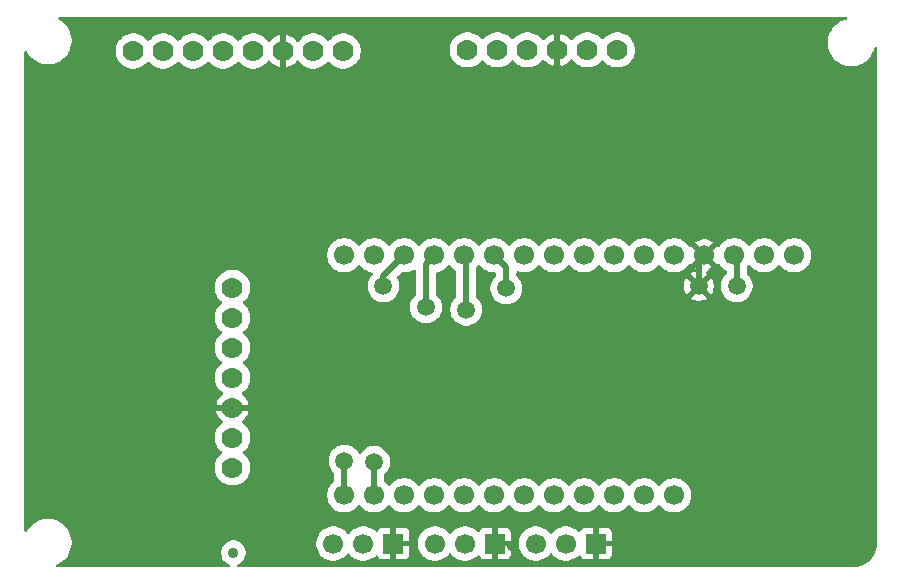
<source format=gbr>
%TF.GenerationSoftware,KiCad,Pcbnew,9.0.7*%
%TF.CreationDate,2026-02-04T13:12:14-08:00*%
%TF.ProjectId,BasicDatalogger,42617369-6344-4617-9461-6c6f67676572,rev?*%
%TF.SameCoordinates,Original*%
%TF.FileFunction,Copper,L4,Bot*%
%TF.FilePolarity,Positive*%
%FSLAX46Y46*%
G04 Gerber Fmt 4.6, Leading zero omitted, Abs format (unit mm)*
G04 Created by KiCad (PCBNEW 9.0.7) date 2026-02-04 13:12:15*
%MOMM*%
%LPD*%
G01*
G04 APERTURE LIST*
%TA.AperFunction,ComponentPad*%
%ADD10R,1.700000X1.700000*%
%TD*%
%TA.AperFunction,ComponentPad*%
%ADD11C,1.700000*%
%TD*%
%TA.AperFunction,ComponentPad*%
%ADD12C,1.778000*%
%TD*%
%TA.AperFunction,SMDPad,CuDef*%
%ADD13C,1.500000*%
%TD*%
%TA.AperFunction,ViaPad*%
%ADD14C,0.900000*%
%TD*%
%TA.AperFunction,Conductor*%
%ADD15C,0.500000*%
%TD*%
G04 APERTURE END LIST*
D10*
%TO.P,3,1,Pin_1*%
%TO.N,/GND*%
X105140000Y-74400000D03*
D11*
%TO.P,3,2,Pin_2*%
%TO.N,/PWR*%
X102600000Y-74400000D03*
%TO.P,3,3,Pin_3*%
%TO.N,/S1*%
X100060000Y-74400000D03*
%TD*%
D10*
%TO.P,2,1,Pin_1*%
%TO.N,/GND*%
X113740000Y-74400000D03*
D11*
%TO.P,2,2,Pin_2*%
%TO.N,/PWR*%
X111200000Y-74400000D03*
%TO.P,2,3,Pin_3*%
%TO.N,/S2*%
X108660000Y-74400000D03*
%TD*%
D10*
%TO.P,1,1,Pin_1*%
%TO.N,/GND*%
X122280000Y-74400000D03*
D11*
%TO.P,1,2,Pin_2*%
%TO.N,/PWR*%
X119740000Y-74400000D03*
%TO.P,1,3,Pin_3*%
%TO.N,/S3*%
X117200000Y-74400000D03*
%TD*%
%TO.P,U1,1,RESET*%
%TO.N,unconnected-(U1-RESET-Pad1)*%
X139080000Y-50000000D03*
%TO.P,U1,2,3.3V*%
%TO.N,/3V3*%
X136540000Y-50000000D03*
%TO.P,U1,3,3.3V*%
X134000000Y-50000000D03*
%TO.P,U1,4,GND*%
%TO.N,/GND*%
X131460000Y-50000000D03*
%TO.P,U1,5,A0/GPIO26*%
%TO.N,unconnected-(U1-A0{slash}GPIO26-Pad5)*%
X128920000Y-50000000D03*
%TO.P,U1,6,A1/GPIO27*%
%TO.N,unconnected-(U1-A1{slash}GPIO27-Pad6)*%
X126380000Y-50000000D03*
%TO.P,U1,7,A2/GPIO28*%
%TO.N,unconnected-(U1-A2{slash}GPIO28-Pad7)*%
X123840000Y-50000000D03*
%TO.P,U1,8,A3/GPIO29*%
%TO.N,unconnected-(U1-A3{slash}GPIO29-Pad8)*%
X121300000Y-50000000D03*
%TO.P,U1,9,D24/GPIO24*%
%TO.N,unconnected-(U1-D24{slash}GPIO24-Pad9)*%
X118760000Y-50000000D03*
%TO.P,U1,10,D25/GPIO25*%
%TO.N,unconnected-(U1-D25{slash}GPIO25-Pad10)*%
X116220000Y-50000000D03*
%TO.P,U1,11,SCK/GPIO18*%
%TO.N,/SCK*%
X113680000Y-50000000D03*
%TO.P,U1,12,MOSI/GPIO19*%
%TO.N,/MOSI*%
X111140000Y-50000000D03*
%TO.P,U1,13,MISO/GPIO20*%
%TO.N,/MISO*%
X108600000Y-50000000D03*
%TO.P,U1,14,RX/CS/GPIO1*%
%TO.N,/CS*%
X106060000Y-50000000D03*
%TO.P,U1,15,TX/GPIO0*%
%TO.N,unconnected-(U1-TX{slash}GPIO0-Pad15)*%
X103520000Y-50000000D03*
%TO.P,U1,16,D4/GPIO6*%
%TO.N,unconnected-(U1-D4{slash}GPIO6-Pad16)*%
X100980000Y-50000000D03*
%TO.P,U1,17,SDA/GPIO2*%
%TO.N,/SDA*%
X100980000Y-70320000D03*
%TO.P,U1,18,SCL/GPIO3*%
%TO.N,/SCL*%
X103520000Y-70320000D03*
%TO.P,U1,19,D5/GPIO7*%
%TO.N,/S1*%
X106060000Y-70320000D03*
%TO.P,U1,20,D6/GPIO8*%
%TO.N,/S2*%
X108600000Y-70320000D03*
%TO.P,U1,21,D9/GPIO9*%
%TO.N,/S3*%
X111140000Y-70320000D03*
%TO.P,U1,22,D10/GPIO10*%
%TO.N,unconnected-(U1-D10{slash}GPIO10-Pad22)*%
X113680000Y-70320000D03*
%TO.P,U1,23,D11/GPIO11*%
%TO.N,unconnected-(U1-D11{slash}GPIO11-Pad23)*%
X116220000Y-70320000D03*
%TO.P,U1,24,D12/GPIO12*%
%TO.N,unconnected-(U1-D12{slash}GPIO12-Pad24)*%
X118760000Y-70320000D03*
%TO.P,U1,25,D13/GPIO13*%
%TO.N,unconnected-(U1-D13{slash}GPIO13-Pad25)*%
X121300000Y-70320000D03*
%TO.P,U1,26,Vbus*%
%TO.N,unconnected-(U1-Vbus-Pad26)*%
X123840000Y-70320000D03*
%TO.P,U1,27,ENABLE*%
%TO.N,unconnected-(U1-ENABLE-Pad27)*%
X126380000Y-70320000D03*
%TO.P,U1,28,VBat*%
%TO.N,unconnected-(U1-VBat-Pad28)*%
X128920000Y-70320000D03*
%TD*%
D12*
%TO.P,U2,1,VIN*%
%TO.N,/3V3*%
X100890000Y-32700000D03*
%TO.P,U2,2,3Vo*%
%TO.N,unconnected-(U2-3Vo-Pad2)*%
X98350000Y-32700000D03*
%TO.P,U2,3,GND*%
%TO.N,/GND*%
X95810000Y-32700000D03*
%TO.P,U2,4,SCL*%
%TO.N,/SCL*%
X93270000Y-32700000D03*
%TO.P,U2,5,SDO*%
%TO.N,unconnected-(U2-SDO-Pad5)*%
X90730000Y-32700000D03*
%TO.P,U2,6,SDA*%
%TO.N,/SDA*%
X88190000Y-32700000D03*
%TO.P,U2,7,CS*%
%TO.N,unconnected-(U2-CS-Pad7)*%
X85650000Y-32700000D03*
%TO.P,U2,8,INT*%
%TO.N,unconnected-(U2-INT-Pad8)*%
X83110000Y-32700000D03*
%TD*%
%TO.P,U4,1,VIN*%
%TO.N,/3V3*%
X91513796Y-67972407D03*
%TO.P,U4,2,3V3*%
%TO.N,unconnected-(U4-3V3-Pad2)*%
X91513796Y-65432407D03*
%TO.P,U4,3,GND*%
%TO.N,/GND*%
X91513796Y-62892407D03*
%TO.P,U4,4,SCK*%
%TO.N,/SCK*%
X91513796Y-60352407D03*
%TO.P,U4,5,MISO*%
%TO.N,/MISO*%
X91513796Y-57812407D03*
%TO.P,U4,6,MOSI*%
%TO.N,/MOSI*%
X91513796Y-55272407D03*
%TO.P,U4,7,CS*%
%TO.N,/CS*%
X91513796Y-52732407D03*
%TD*%
%TO.P,U3,1,VIN*%
%TO.N,/3V3*%
X124100000Y-32600000D03*
%TO.P,U3,2,3Vo*%
%TO.N,unconnected-(U3-3Vo-Pad2)*%
X121560000Y-32600000D03*
%TO.P,U3,3,GND*%
%TO.N,/GND*%
X119020000Y-32600000D03*
%TO.P,U3,4,SCL*%
%TO.N,/SCL*%
X116480000Y-32600000D03*
%TO.P,U3,5,SDA*%
%TO.N,/SDA*%
X113940000Y-32600000D03*
%TO.P,U3,6,INT2*%
%TO.N,unconnected-(U3-INT2-Pad6)*%
X111400000Y-32600000D03*
%TD*%
D13*
%TO.P,TP4,1,1*%
%TO.N,/MOSI*%
X111300000Y-54600000D03*
%TD*%
%TO.P,TP5,1,1*%
%TO.N,/MISO*%
X107900000Y-54400000D03*
%TD*%
%TO.P,TP6,1,1*%
%TO.N,/CS*%
X104300000Y-52600000D03*
%TD*%
%TO.P,TP2,1,1*%
%TO.N,/GND*%
X131000000Y-52600000D03*
%TD*%
%TO.P,TP8,1,1*%
%TO.N,/SCL*%
X103500000Y-67500000D03*
%TD*%
%TO.P,TP3,1,1*%
%TO.N,/SCK*%
X114700000Y-52800000D03*
%TD*%
%TO.P,TP1,1,1*%
%TO.N,/3V3*%
X134200000Y-52600000D03*
%TD*%
%TO.P,TP7,1,1*%
%TO.N,/SDA*%
X101000000Y-67400000D03*
%TD*%
D14*
%TO.N,/GND*%
X122200000Y-72400000D03*
X124400000Y-74400000D03*
X115200000Y-74600000D03*
X105800000Y-72600000D03*
X98200000Y-69200000D03*
%TO.N,/PWR*%
X91601578Y-75182415D03*
%TO.N,/GND*%
X89039052Y-75182415D03*
X95600000Y-38000000D03*
X98200000Y-34800000D03*
X111000000Y-35800000D03*
X132200000Y-51400000D03*
X132600000Y-48200000D03*
X109600000Y-63400000D03*
X100600000Y-63400000D03*
X119000000Y-31000000D03*
X80800000Y-34800000D03*
X109800000Y-57200000D03*
X126200000Y-60800000D03*
X132600000Y-53800000D03*
X93400000Y-61700000D03*
X80200000Y-54200000D03*
X97800000Y-53972407D03*
X79600000Y-75000000D03*
X97100000Y-49800000D03*
X88400000Y-38200000D03*
X123600000Y-42000000D03*
X89800000Y-62600000D03*
X84400000Y-68600000D03*
X119000000Y-34200000D03*
%TD*%
D15*
%TO.N,/CS*%
X104300000Y-51760000D02*
X106060000Y-50000000D01*
X104300000Y-52600000D02*
X104300000Y-51760000D01*
%TO.N,/3V3*%
X134200000Y-52600000D02*
X134200000Y-50200000D01*
X134200000Y-50200000D02*
X134000000Y-50000000D01*
%TO.N,/SCK*%
X114700000Y-52800000D02*
X114700000Y-51020000D01*
X114700000Y-51020000D02*
X113680000Y-50000000D01*
%TO.N,/MOSI*%
X111300000Y-50160000D02*
X111140000Y-50000000D01*
X111300000Y-54600000D02*
X111300000Y-50160000D01*
%TO.N,/SDA*%
X101000000Y-67400000D02*
X101000000Y-70300000D01*
X101000000Y-70300000D02*
X100980000Y-70320000D01*
%TO.N,/MISO*%
X107900000Y-50700000D02*
X108600000Y-50000000D01*
X107900000Y-54400000D02*
X107900000Y-50700000D01*
%TO.N,/GND*%
X131000000Y-50460000D02*
X131460000Y-50000000D01*
X131000000Y-52600000D02*
X131000000Y-50460000D01*
%TO.N,/SCL*%
X103500000Y-67500000D02*
X103500000Y-70300000D01*
X103500000Y-70300000D02*
X103520000Y-70320000D01*
%TD*%
%TA.AperFunction,Conductor*%
%TO.N,/GND*%
G36*
X143504477Y-29820185D02*
G01*
X143550232Y-29872989D01*
X143560176Y-29942147D01*
X143531151Y-30005703D01*
X143472373Y-30043477D01*
X143469565Y-30044265D01*
X143339859Y-30079020D01*
X143255581Y-30101602D01*
X143255571Y-30101605D01*
X143013309Y-30201953D01*
X143013299Y-30201958D01*
X142786196Y-30333075D01*
X142578148Y-30492718D01*
X142392718Y-30678148D01*
X142233075Y-30886196D01*
X142101958Y-31113299D01*
X142101953Y-31113309D01*
X142001605Y-31355571D01*
X142001602Y-31355581D01*
X141972586Y-31463873D01*
X141933730Y-31608885D01*
X141899500Y-31868872D01*
X141899500Y-32131127D01*
X141921721Y-32299901D01*
X141933730Y-32391116D01*
X141998831Y-32634076D01*
X142001602Y-32644418D01*
X142001605Y-32644428D01*
X142101953Y-32886690D01*
X142101958Y-32886700D01*
X142233075Y-33113803D01*
X142392718Y-33321851D01*
X142392726Y-33321860D01*
X142578140Y-33507274D01*
X142578148Y-33507281D01*
X142578149Y-33507282D01*
X142619053Y-33538669D01*
X142786196Y-33666924D01*
X143013299Y-33798041D01*
X143013309Y-33798046D01*
X143196522Y-33873935D01*
X143255581Y-33898398D01*
X143508884Y-33966270D01*
X143768880Y-34000500D01*
X143768887Y-34000500D01*
X144031113Y-34000500D01*
X144031120Y-34000500D01*
X144291116Y-33966270D01*
X144544419Y-33898398D01*
X144721340Y-33825114D01*
X144786690Y-33798046D01*
X144786691Y-33798045D01*
X144786697Y-33798043D01*
X145013803Y-33666924D01*
X145221851Y-33507282D01*
X145221855Y-33507277D01*
X145221860Y-33507274D01*
X145407274Y-33321860D01*
X145407277Y-33321855D01*
X145407282Y-33321851D01*
X145566924Y-33113803D01*
X145698043Y-32886697D01*
X145798398Y-32644419D01*
X145855725Y-32430467D01*
X145892090Y-32370808D01*
X145954937Y-32340279D01*
X146024312Y-32348574D01*
X146078190Y-32393059D01*
X146099465Y-32459611D01*
X146099500Y-32462562D01*
X146099500Y-74395933D01*
X146099235Y-74404043D01*
X146082925Y-74652883D01*
X146080807Y-74668964D01*
X146032954Y-74909535D01*
X146028756Y-74925202D01*
X145949909Y-75157479D01*
X145943702Y-75172465D01*
X145835212Y-75392460D01*
X145827102Y-75406507D01*
X145690825Y-75610460D01*
X145680951Y-75623328D01*
X145519218Y-75807749D01*
X145507749Y-75819218D01*
X145323328Y-75980951D01*
X145310460Y-75990825D01*
X145106507Y-76127102D01*
X145092460Y-76135212D01*
X144872465Y-76243702D01*
X144857479Y-76249909D01*
X144625202Y-76328756D01*
X144609535Y-76332954D01*
X144368964Y-76380807D01*
X144352883Y-76382925D01*
X144104043Y-76399235D01*
X144095933Y-76399500D01*
X92031754Y-76399500D01*
X91964715Y-76379815D01*
X91918960Y-76327011D01*
X91909016Y-76257853D01*
X91938041Y-76194297D01*
X91984301Y-76160939D01*
X92099176Y-76113356D01*
X92271233Y-75998392D01*
X92417555Y-75852070D01*
X92532519Y-75680013D01*
X92611708Y-75488835D01*
X92652078Y-75285880D01*
X92652078Y-75078950D01*
X92611708Y-74875995D01*
X92532519Y-74684817D01*
X92417555Y-74512760D01*
X92417553Y-74512757D01*
X92271235Y-74366439D01*
X92150604Y-74285837D01*
X98609500Y-74285837D01*
X98609500Y-74514162D01*
X98645215Y-74739660D01*
X98715770Y-74956803D01*
X98818020Y-75157479D01*
X98819421Y-75160228D01*
X98953621Y-75344937D01*
X99115063Y-75506379D01*
X99299772Y-75640579D01*
X99377162Y-75680011D01*
X99503196Y-75744229D01*
X99503198Y-75744229D01*
X99503201Y-75744231D01*
X99564253Y-75764068D01*
X99720339Y-75814784D01*
X99945838Y-75850500D01*
X99945843Y-75850500D01*
X100174162Y-75850500D01*
X100399660Y-75814784D01*
X100421311Y-75807749D01*
X100616799Y-75744231D01*
X100820228Y-75640579D01*
X101004937Y-75506379D01*
X101166379Y-75344937D01*
X101229682Y-75257807D01*
X101285012Y-75215143D01*
X101354626Y-75209164D01*
X101416421Y-75241770D01*
X101430315Y-75257804D01*
X101493621Y-75344937D01*
X101655063Y-75506379D01*
X101839772Y-75640579D01*
X101917162Y-75680011D01*
X102043196Y-75744229D01*
X102043198Y-75744229D01*
X102043201Y-75744231D01*
X102104253Y-75764068D01*
X102260339Y-75814784D01*
X102485838Y-75850500D01*
X102485843Y-75850500D01*
X102714162Y-75850500D01*
X102939660Y-75814784D01*
X102961311Y-75807749D01*
X103156799Y-75744231D01*
X103360228Y-75640579D01*
X103544937Y-75506379D01*
X103632135Y-75419180D01*
X103693454Y-75385698D01*
X103763146Y-75390682D01*
X103819080Y-75432553D01*
X103835995Y-75463531D01*
X103846645Y-75492086D01*
X103846649Y-75492093D01*
X103932809Y-75607187D01*
X103932812Y-75607190D01*
X104047906Y-75693350D01*
X104047913Y-75693354D01*
X104182620Y-75743596D01*
X104182627Y-75743598D01*
X104242155Y-75749999D01*
X104242172Y-75750000D01*
X104890000Y-75750000D01*
X104890000Y-74833012D01*
X104947007Y-74865925D01*
X105074174Y-74900000D01*
X105205826Y-74900000D01*
X105332993Y-74865925D01*
X105390000Y-74833012D01*
X105390000Y-75750000D01*
X106037828Y-75750000D01*
X106037844Y-75749999D01*
X106097372Y-75743598D01*
X106097379Y-75743596D01*
X106232086Y-75693354D01*
X106232093Y-75693350D01*
X106347187Y-75607190D01*
X106347190Y-75607187D01*
X106433350Y-75492093D01*
X106433354Y-75492086D01*
X106483596Y-75357379D01*
X106483598Y-75357372D01*
X106489999Y-75297844D01*
X106490000Y-75297827D01*
X106490000Y-74650000D01*
X105573012Y-74650000D01*
X105605925Y-74592993D01*
X105640000Y-74465826D01*
X105640000Y-74334174D01*
X105627048Y-74285837D01*
X107209500Y-74285837D01*
X107209500Y-74514162D01*
X107245215Y-74739660D01*
X107315770Y-74956803D01*
X107418020Y-75157479D01*
X107419421Y-75160228D01*
X107553621Y-75344937D01*
X107715063Y-75506379D01*
X107899772Y-75640579D01*
X107977162Y-75680011D01*
X108103196Y-75744229D01*
X108103198Y-75744229D01*
X108103201Y-75744231D01*
X108164253Y-75764068D01*
X108320339Y-75814784D01*
X108545838Y-75850500D01*
X108545843Y-75850500D01*
X108774162Y-75850500D01*
X108999660Y-75814784D01*
X109021311Y-75807749D01*
X109216799Y-75744231D01*
X109420228Y-75640579D01*
X109604937Y-75506379D01*
X109766379Y-75344937D01*
X109829682Y-75257807D01*
X109885012Y-75215143D01*
X109954626Y-75209164D01*
X110016421Y-75241770D01*
X110030315Y-75257804D01*
X110093621Y-75344937D01*
X110255063Y-75506379D01*
X110439772Y-75640579D01*
X110517162Y-75680011D01*
X110643196Y-75744229D01*
X110643198Y-75744229D01*
X110643201Y-75744231D01*
X110704253Y-75764068D01*
X110860339Y-75814784D01*
X111085838Y-75850500D01*
X111085843Y-75850500D01*
X111314162Y-75850500D01*
X111539660Y-75814784D01*
X111561311Y-75807749D01*
X111756799Y-75744231D01*
X111960228Y-75640579D01*
X112144937Y-75506379D01*
X112232135Y-75419180D01*
X112293454Y-75385698D01*
X112363146Y-75390682D01*
X112419080Y-75432553D01*
X112435995Y-75463531D01*
X112446645Y-75492086D01*
X112446649Y-75492093D01*
X112532809Y-75607187D01*
X112532812Y-75607190D01*
X112647906Y-75693350D01*
X112647913Y-75693354D01*
X112782620Y-75743596D01*
X112782627Y-75743598D01*
X112842155Y-75749999D01*
X112842172Y-75750000D01*
X113490000Y-75750000D01*
X113490000Y-74833012D01*
X113547007Y-74865925D01*
X113674174Y-74900000D01*
X113805826Y-74900000D01*
X113932993Y-74865925D01*
X113990000Y-74833012D01*
X113990000Y-75750000D01*
X114637828Y-75750000D01*
X114637844Y-75749999D01*
X114697372Y-75743598D01*
X114697379Y-75743596D01*
X114832086Y-75693354D01*
X114832093Y-75693350D01*
X114947187Y-75607190D01*
X114947190Y-75607187D01*
X115033350Y-75492093D01*
X115033354Y-75492086D01*
X115083596Y-75357379D01*
X115083598Y-75357372D01*
X115089999Y-75297844D01*
X115090000Y-75297827D01*
X115090000Y-74650000D01*
X114173012Y-74650000D01*
X114205925Y-74592993D01*
X114240000Y-74465826D01*
X114240000Y-74334174D01*
X114227048Y-74285837D01*
X115749500Y-74285837D01*
X115749500Y-74514162D01*
X115785215Y-74739660D01*
X115855770Y-74956803D01*
X115958020Y-75157479D01*
X115959421Y-75160228D01*
X116093621Y-75344937D01*
X116255063Y-75506379D01*
X116439772Y-75640579D01*
X116517162Y-75680011D01*
X116643196Y-75744229D01*
X116643198Y-75744229D01*
X116643201Y-75744231D01*
X116704253Y-75764068D01*
X116860339Y-75814784D01*
X117085838Y-75850500D01*
X117085843Y-75850500D01*
X117314162Y-75850500D01*
X117539660Y-75814784D01*
X117561311Y-75807749D01*
X117756799Y-75744231D01*
X117960228Y-75640579D01*
X118144937Y-75506379D01*
X118306379Y-75344937D01*
X118369682Y-75257807D01*
X118425012Y-75215143D01*
X118494626Y-75209164D01*
X118556421Y-75241770D01*
X118570315Y-75257804D01*
X118633621Y-75344937D01*
X118795063Y-75506379D01*
X118979772Y-75640579D01*
X119057162Y-75680011D01*
X119183196Y-75744229D01*
X119183198Y-75744229D01*
X119183201Y-75744231D01*
X119244253Y-75764068D01*
X119400339Y-75814784D01*
X119625838Y-75850500D01*
X119625843Y-75850500D01*
X119854162Y-75850500D01*
X120079660Y-75814784D01*
X120101311Y-75807749D01*
X120296799Y-75744231D01*
X120500228Y-75640579D01*
X120684937Y-75506379D01*
X120772135Y-75419180D01*
X120833454Y-75385698D01*
X120903146Y-75390682D01*
X120959080Y-75432553D01*
X120975995Y-75463531D01*
X120986645Y-75492086D01*
X120986649Y-75492093D01*
X121072809Y-75607187D01*
X121072812Y-75607190D01*
X121187906Y-75693350D01*
X121187913Y-75693354D01*
X121322620Y-75743596D01*
X121322627Y-75743598D01*
X121382155Y-75749999D01*
X121382172Y-75750000D01*
X122030000Y-75750000D01*
X122030000Y-74833012D01*
X122087007Y-74865925D01*
X122214174Y-74900000D01*
X122345826Y-74900000D01*
X122472993Y-74865925D01*
X122530000Y-74833012D01*
X122530000Y-75750000D01*
X123177828Y-75750000D01*
X123177844Y-75749999D01*
X123237372Y-75743598D01*
X123237379Y-75743596D01*
X123372086Y-75693354D01*
X123372093Y-75693350D01*
X123487187Y-75607190D01*
X123487190Y-75607187D01*
X123573350Y-75492093D01*
X123573354Y-75492086D01*
X123623596Y-75357379D01*
X123623598Y-75357372D01*
X123629999Y-75297844D01*
X123630000Y-75297827D01*
X123630000Y-74650000D01*
X122713012Y-74650000D01*
X122745925Y-74592993D01*
X122780000Y-74465826D01*
X122780000Y-74334174D01*
X122745925Y-74207007D01*
X122713012Y-74150000D01*
X123630000Y-74150000D01*
X123630000Y-73502172D01*
X123629999Y-73502155D01*
X123623598Y-73442627D01*
X123623596Y-73442620D01*
X123573354Y-73307913D01*
X123573350Y-73307906D01*
X123487190Y-73192812D01*
X123487187Y-73192809D01*
X123372093Y-73106649D01*
X123372086Y-73106645D01*
X123237379Y-73056403D01*
X123237372Y-73056401D01*
X123177844Y-73050000D01*
X122530000Y-73050000D01*
X122530000Y-73966988D01*
X122472993Y-73934075D01*
X122345826Y-73900000D01*
X122214174Y-73900000D01*
X122087007Y-73934075D01*
X122030000Y-73966988D01*
X122030000Y-73050000D01*
X121382155Y-73050000D01*
X121322627Y-73056401D01*
X121322620Y-73056403D01*
X121187913Y-73106645D01*
X121187906Y-73106649D01*
X121072812Y-73192809D01*
X121072809Y-73192812D01*
X120986649Y-73307906D01*
X120986643Y-73307918D01*
X120975994Y-73336469D01*
X120934123Y-73392403D01*
X120868658Y-73416819D01*
X120800385Y-73401967D01*
X120772132Y-73380816D01*
X120684938Y-73293622D01*
X120500228Y-73159421D01*
X120296803Y-73055770D01*
X120079660Y-72985215D01*
X119854162Y-72949500D01*
X119854157Y-72949500D01*
X119625843Y-72949500D01*
X119625838Y-72949500D01*
X119400339Y-72985215D01*
X119183196Y-73055770D01*
X118979771Y-73159421D01*
X118795061Y-73293622D01*
X118633623Y-73455060D01*
X118633616Y-73455069D01*
X118570317Y-73542191D01*
X118514987Y-73584857D01*
X118445373Y-73590835D01*
X118383579Y-73558228D01*
X118369683Y-73542191D01*
X118306383Y-73455069D01*
X118306379Y-73455063D01*
X118144937Y-73293621D01*
X117960228Y-73159421D01*
X117756803Y-73055770D01*
X117539660Y-72985215D01*
X117314162Y-72949500D01*
X117314157Y-72949500D01*
X117085843Y-72949500D01*
X117085838Y-72949500D01*
X116860339Y-72985215D01*
X116643196Y-73055770D01*
X116439771Y-73159421D01*
X116255061Y-73293622D01*
X116093622Y-73455061D01*
X115959421Y-73639771D01*
X115855770Y-73843196D01*
X115785215Y-74060339D01*
X115749500Y-74285837D01*
X114227048Y-74285837D01*
X114205925Y-74207007D01*
X114173012Y-74150000D01*
X115090000Y-74150000D01*
X115090000Y-73502172D01*
X115089999Y-73502155D01*
X115083598Y-73442627D01*
X115083596Y-73442620D01*
X115033354Y-73307913D01*
X115033350Y-73307906D01*
X114947190Y-73192812D01*
X114947187Y-73192809D01*
X114832093Y-73106649D01*
X114832086Y-73106645D01*
X114697379Y-73056403D01*
X114697372Y-73056401D01*
X114637844Y-73050000D01*
X113990000Y-73050000D01*
X113990000Y-73966988D01*
X113932993Y-73934075D01*
X113805826Y-73900000D01*
X113674174Y-73900000D01*
X113547007Y-73934075D01*
X113490000Y-73966988D01*
X113490000Y-73050000D01*
X112842155Y-73050000D01*
X112782627Y-73056401D01*
X112782620Y-73056403D01*
X112647913Y-73106645D01*
X112647906Y-73106649D01*
X112532812Y-73192809D01*
X112532809Y-73192812D01*
X112446649Y-73307906D01*
X112446643Y-73307918D01*
X112435994Y-73336469D01*
X112394123Y-73392403D01*
X112328658Y-73416819D01*
X112260385Y-73401967D01*
X112232132Y-73380816D01*
X112144938Y-73293622D01*
X111960228Y-73159421D01*
X111756803Y-73055770D01*
X111539660Y-72985215D01*
X111314162Y-72949500D01*
X111314157Y-72949500D01*
X111085843Y-72949500D01*
X111085838Y-72949500D01*
X110860339Y-72985215D01*
X110643196Y-73055770D01*
X110439771Y-73159421D01*
X110255061Y-73293622D01*
X110093623Y-73455060D01*
X110093616Y-73455069D01*
X110030317Y-73542191D01*
X109974987Y-73584857D01*
X109905373Y-73590835D01*
X109843579Y-73558228D01*
X109829683Y-73542191D01*
X109766383Y-73455069D01*
X109766379Y-73455063D01*
X109604937Y-73293621D01*
X109420228Y-73159421D01*
X109216803Y-73055770D01*
X108999660Y-72985215D01*
X108774162Y-72949500D01*
X108774157Y-72949500D01*
X108545843Y-72949500D01*
X108545838Y-72949500D01*
X108320339Y-72985215D01*
X108103196Y-73055770D01*
X107899771Y-73159421D01*
X107715061Y-73293622D01*
X107553622Y-73455061D01*
X107419421Y-73639771D01*
X107315770Y-73843196D01*
X107245215Y-74060339D01*
X107209500Y-74285837D01*
X105627048Y-74285837D01*
X105605925Y-74207007D01*
X105573012Y-74150000D01*
X106490000Y-74150000D01*
X106490000Y-73502172D01*
X106489999Y-73502155D01*
X106483598Y-73442627D01*
X106483596Y-73442620D01*
X106433354Y-73307913D01*
X106433350Y-73307906D01*
X106347190Y-73192812D01*
X106347187Y-73192809D01*
X106232093Y-73106649D01*
X106232086Y-73106645D01*
X106097379Y-73056403D01*
X106097372Y-73056401D01*
X106037844Y-73050000D01*
X105390000Y-73050000D01*
X105390000Y-73966988D01*
X105332993Y-73934075D01*
X105205826Y-73900000D01*
X105074174Y-73900000D01*
X104947007Y-73934075D01*
X104890000Y-73966988D01*
X104890000Y-73050000D01*
X104242155Y-73050000D01*
X104182627Y-73056401D01*
X104182620Y-73056403D01*
X104047913Y-73106645D01*
X104047906Y-73106649D01*
X103932812Y-73192809D01*
X103932809Y-73192812D01*
X103846649Y-73307906D01*
X103846643Y-73307918D01*
X103835994Y-73336469D01*
X103794123Y-73392403D01*
X103728658Y-73416819D01*
X103660385Y-73401967D01*
X103632132Y-73380816D01*
X103544938Y-73293622D01*
X103360228Y-73159421D01*
X103156803Y-73055770D01*
X102939660Y-72985215D01*
X102714162Y-72949500D01*
X102714157Y-72949500D01*
X102485843Y-72949500D01*
X102485838Y-72949500D01*
X102260339Y-72985215D01*
X102043196Y-73055770D01*
X101839771Y-73159421D01*
X101655061Y-73293622D01*
X101493623Y-73455060D01*
X101493616Y-73455069D01*
X101430317Y-73542191D01*
X101374987Y-73584857D01*
X101305373Y-73590835D01*
X101243579Y-73558228D01*
X101229683Y-73542191D01*
X101166383Y-73455069D01*
X101166379Y-73455063D01*
X101004937Y-73293621D01*
X100820228Y-73159421D01*
X100616803Y-73055770D01*
X100399660Y-72985215D01*
X100174162Y-72949500D01*
X100174157Y-72949500D01*
X99945843Y-72949500D01*
X99945838Y-72949500D01*
X99720339Y-72985215D01*
X99503196Y-73055770D01*
X99299771Y-73159421D01*
X99115061Y-73293622D01*
X98953622Y-73455061D01*
X98819421Y-73639771D01*
X98715770Y-73843196D01*
X98645215Y-74060339D01*
X98609500Y-74285837D01*
X92150604Y-74285837D01*
X92099176Y-74251474D01*
X91907998Y-74172285D01*
X91907990Y-74172283D01*
X91705047Y-74131915D01*
X91705043Y-74131915D01*
X91498113Y-74131915D01*
X91498108Y-74131915D01*
X91295165Y-74172283D01*
X91295157Y-74172285D01*
X91103981Y-74251473D01*
X90931920Y-74366439D01*
X90785602Y-74512757D01*
X90670636Y-74684818D01*
X90591448Y-74875994D01*
X90591446Y-74876002D01*
X90551078Y-75078945D01*
X90551078Y-75285884D01*
X90591446Y-75488827D01*
X90591448Y-75488835D01*
X90640472Y-75607190D01*
X90670637Y-75680013D01*
X90726800Y-75764068D01*
X90785602Y-75852072D01*
X90931920Y-75998390D01*
X90931923Y-75998392D01*
X91103980Y-76113356D01*
X91156745Y-76135212D01*
X91218855Y-76160939D01*
X91273258Y-76204780D01*
X91295323Y-76271074D01*
X91278044Y-76338774D01*
X91226907Y-76386384D01*
X91171402Y-76399500D01*
X76697275Y-76399500D01*
X76630236Y-76379815D01*
X76584481Y-76327011D01*
X76574537Y-76257853D01*
X76603562Y-76194297D01*
X76649822Y-76160939D01*
X76775592Y-76108843D01*
X76775593Y-76108842D01*
X76775599Y-76108840D01*
X77002705Y-75977721D01*
X77210753Y-75818079D01*
X77210757Y-75818074D01*
X77210762Y-75818071D01*
X77396176Y-75632657D01*
X77396179Y-75632652D01*
X77396184Y-75632648D01*
X77555826Y-75424600D01*
X77686945Y-75197494D01*
X77787300Y-74955216D01*
X77855172Y-74701913D01*
X77889402Y-74441917D01*
X77889402Y-74179677D01*
X77855172Y-73919681D01*
X77787300Y-73666378D01*
X77787296Y-73666368D01*
X77686948Y-73424106D01*
X77686943Y-73424096D01*
X77555826Y-73196993D01*
X77396183Y-72988945D01*
X77396176Y-72988937D01*
X77210762Y-72803523D01*
X77210753Y-72803515D01*
X77002705Y-72643872D01*
X76775602Y-72512755D01*
X76775592Y-72512750D01*
X76533330Y-72412402D01*
X76533323Y-72412400D01*
X76533321Y-72412399D01*
X76280018Y-72344527D01*
X76222241Y-72336920D01*
X76020029Y-72310297D01*
X76020022Y-72310297D01*
X75757782Y-72310297D01*
X75757774Y-72310297D01*
X75526674Y-72340723D01*
X75497786Y-72344527D01*
X75244483Y-72412399D01*
X75244473Y-72412402D01*
X75002211Y-72512750D01*
X75002201Y-72512755D01*
X74775098Y-72643872D01*
X74567050Y-72803515D01*
X74381620Y-72988945D01*
X74221977Y-73196993D01*
X74131887Y-73353036D01*
X74081320Y-73401252D01*
X74012713Y-73414475D01*
X73947848Y-73388507D01*
X73907320Y-73331593D01*
X73900500Y-73291036D01*
X73900500Y-70205837D01*
X99529500Y-70205837D01*
X99529500Y-70434162D01*
X99565215Y-70659660D01*
X99635770Y-70876803D01*
X99739421Y-71080228D01*
X99873621Y-71264937D01*
X100035063Y-71426379D01*
X100219772Y-71560579D01*
X100315884Y-71609550D01*
X100423196Y-71664229D01*
X100423198Y-71664229D01*
X100423201Y-71664231D01*
X100539592Y-71702049D01*
X100640339Y-71734784D01*
X100865838Y-71770500D01*
X100865843Y-71770500D01*
X101094162Y-71770500D01*
X101319660Y-71734784D01*
X101536799Y-71664231D01*
X101740228Y-71560579D01*
X101924937Y-71426379D01*
X102086379Y-71264937D01*
X102149682Y-71177807D01*
X102205012Y-71135143D01*
X102274626Y-71129164D01*
X102336421Y-71161770D01*
X102350315Y-71177804D01*
X102413621Y-71264937D01*
X102575063Y-71426379D01*
X102759772Y-71560579D01*
X102855884Y-71609550D01*
X102963196Y-71664229D01*
X102963198Y-71664229D01*
X102963201Y-71664231D01*
X103079592Y-71702049D01*
X103180339Y-71734784D01*
X103405838Y-71770500D01*
X103405843Y-71770500D01*
X103634162Y-71770500D01*
X103859660Y-71734784D01*
X104076799Y-71664231D01*
X104280228Y-71560579D01*
X104464937Y-71426379D01*
X104626379Y-71264937D01*
X104689682Y-71177807D01*
X104745012Y-71135143D01*
X104814626Y-71129164D01*
X104876421Y-71161770D01*
X104890315Y-71177804D01*
X104953621Y-71264937D01*
X105115063Y-71426379D01*
X105299772Y-71560579D01*
X105395884Y-71609550D01*
X105503196Y-71664229D01*
X105503198Y-71664229D01*
X105503201Y-71664231D01*
X105619592Y-71702049D01*
X105720339Y-71734784D01*
X105945838Y-71770500D01*
X105945843Y-71770500D01*
X106174162Y-71770500D01*
X106399660Y-71734784D01*
X106616799Y-71664231D01*
X106820228Y-71560579D01*
X107004937Y-71426379D01*
X107166379Y-71264937D01*
X107229682Y-71177807D01*
X107285012Y-71135143D01*
X107354626Y-71129164D01*
X107416421Y-71161770D01*
X107430315Y-71177804D01*
X107493621Y-71264937D01*
X107655063Y-71426379D01*
X107839772Y-71560579D01*
X107935884Y-71609550D01*
X108043196Y-71664229D01*
X108043198Y-71664229D01*
X108043201Y-71664231D01*
X108159592Y-71702049D01*
X108260339Y-71734784D01*
X108485838Y-71770500D01*
X108485843Y-71770500D01*
X108714162Y-71770500D01*
X108939660Y-71734784D01*
X109156799Y-71664231D01*
X109360228Y-71560579D01*
X109544937Y-71426379D01*
X109706379Y-71264937D01*
X109769682Y-71177807D01*
X109825012Y-71135143D01*
X109894626Y-71129164D01*
X109956421Y-71161770D01*
X109970315Y-71177804D01*
X110033621Y-71264937D01*
X110195063Y-71426379D01*
X110379772Y-71560579D01*
X110475884Y-71609550D01*
X110583196Y-71664229D01*
X110583198Y-71664229D01*
X110583201Y-71664231D01*
X110699592Y-71702049D01*
X110800339Y-71734784D01*
X111025838Y-71770500D01*
X111025843Y-71770500D01*
X111254162Y-71770500D01*
X111479660Y-71734784D01*
X111696799Y-71664231D01*
X111900228Y-71560579D01*
X112084937Y-71426379D01*
X112246379Y-71264937D01*
X112309682Y-71177807D01*
X112365012Y-71135143D01*
X112434626Y-71129164D01*
X112496421Y-71161770D01*
X112510315Y-71177804D01*
X112573621Y-71264937D01*
X112735063Y-71426379D01*
X112919772Y-71560579D01*
X113015884Y-71609550D01*
X113123196Y-71664229D01*
X113123198Y-71664229D01*
X113123201Y-71664231D01*
X113239592Y-71702049D01*
X113340339Y-71734784D01*
X113565838Y-71770500D01*
X113565843Y-71770500D01*
X113794162Y-71770500D01*
X114019660Y-71734784D01*
X114236799Y-71664231D01*
X114440228Y-71560579D01*
X114624937Y-71426379D01*
X114786379Y-71264937D01*
X114849682Y-71177807D01*
X114905012Y-71135143D01*
X114974626Y-71129164D01*
X115036421Y-71161770D01*
X115050315Y-71177804D01*
X115113621Y-71264937D01*
X115275063Y-71426379D01*
X115459772Y-71560579D01*
X115555884Y-71609550D01*
X115663196Y-71664229D01*
X115663198Y-71664229D01*
X115663201Y-71664231D01*
X115779592Y-71702049D01*
X115880339Y-71734784D01*
X116105838Y-71770500D01*
X116105843Y-71770500D01*
X116334162Y-71770500D01*
X116559660Y-71734784D01*
X116776799Y-71664231D01*
X116980228Y-71560579D01*
X117164937Y-71426379D01*
X117326379Y-71264937D01*
X117389682Y-71177807D01*
X117445012Y-71135143D01*
X117514626Y-71129164D01*
X117576421Y-71161770D01*
X117590315Y-71177804D01*
X117653621Y-71264937D01*
X117815063Y-71426379D01*
X117999772Y-71560579D01*
X118095884Y-71609550D01*
X118203196Y-71664229D01*
X118203198Y-71664229D01*
X118203201Y-71664231D01*
X118319592Y-71702049D01*
X118420339Y-71734784D01*
X118645838Y-71770500D01*
X118645843Y-71770500D01*
X118874162Y-71770500D01*
X119099660Y-71734784D01*
X119316799Y-71664231D01*
X119520228Y-71560579D01*
X119704937Y-71426379D01*
X119866379Y-71264937D01*
X119929682Y-71177807D01*
X119985012Y-71135143D01*
X120054626Y-71129164D01*
X120116421Y-71161770D01*
X120130315Y-71177804D01*
X120193621Y-71264937D01*
X120355063Y-71426379D01*
X120539772Y-71560579D01*
X120635884Y-71609550D01*
X120743196Y-71664229D01*
X120743198Y-71664229D01*
X120743201Y-71664231D01*
X120859592Y-71702049D01*
X120960339Y-71734784D01*
X121185838Y-71770500D01*
X121185843Y-71770500D01*
X121414162Y-71770500D01*
X121639660Y-71734784D01*
X121856799Y-71664231D01*
X122060228Y-71560579D01*
X122244937Y-71426379D01*
X122406379Y-71264937D01*
X122469682Y-71177807D01*
X122525012Y-71135143D01*
X122594626Y-71129164D01*
X122656421Y-71161770D01*
X122670315Y-71177804D01*
X122733621Y-71264937D01*
X122895063Y-71426379D01*
X123079772Y-71560579D01*
X123175884Y-71609550D01*
X123283196Y-71664229D01*
X123283198Y-71664229D01*
X123283201Y-71664231D01*
X123399592Y-71702049D01*
X123500339Y-71734784D01*
X123725838Y-71770500D01*
X123725843Y-71770500D01*
X123954162Y-71770500D01*
X124179660Y-71734784D01*
X124396799Y-71664231D01*
X124600228Y-71560579D01*
X124784937Y-71426379D01*
X124946379Y-71264937D01*
X125009682Y-71177807D01*
X125065012Y-71135143D01*
X125134626Y-71129164D01*
X125196421Y-71161770D01*
X125210315Y-71177804D01*
X125273621Y-71264937D01*
X125435063Y-71426379D01*
X125619772Y-71560579D01*
X125715884Y-71609550D01*
X125823196Y-71664229D01*
X125823198Y-71664229D01*
X125823201Y-71664231D01*
X125939592Y-71702049D01*
X126040339Y-71734784D01*
X126265838Y-71770500D01*
X126265843Y-71770500D01*
X126494162Y-71770500D01*
X126719660Y-71734784D01*
X126936799Y-71664231D01*
X127140228Y-71560579D01*
X127324937Y-71426379D01*
X127486379Y-71264937D01*
X127549682Y-71177807D01*
X127605012Y-71135143D01*
X127674626Y-71129164D01*
X127736421Y-71161770D01*
X127750315Y-71177804D01*
X127813621Y-71264937D01*
X127975063Y-71426379D01*
X128159772Y-71560579D01*
X128255884Y-71609550D01*
X128363196Y-71664229D01*
X128363198Y-71664229D01*
X128363201Y-71664231D01*
X128479592Y-71702049D01*
X128580339Y-71734784D01*
X128805838Y-71770500D01*
X128805843Y-71770500D01*
X129034162Y-71770500D01*
X129259660Y-71734784D01*
X129476799Y-71664231D01*
X129680228Y-71560579D01*
X129864937Y-71426379D01*
X130026379Y-71264937D01*
X130160579Y-71080228D01*
X130264231Y-70876799D01*
X130334784Y-70659660D01*
X130370500Y-70434162D01*
X130370500Y-70205837D01*
X130334784Y-69980339D01*
X130264229Y-69763196D01*
X130160578Y-69559771D01*
X130125024Y-69510835D01*
X130026379Y-69375063D01*
X129864937Y-69213621D01*
X129680228Y-69079421D01*
X129476803Y-68975770D01*
X129259660Y-68905215D01*
X129034162Y-68869500D01*
X129034157Y-68869500D01*
X128805843Y-68869500D01*
X128805838Y-68869500D01*
X128580339Y-68905215D01*
X128363196Y-68975770D01*
X128159771Y-69079421D01*
X127975061Y-69213622D01*
X127813623Y-69375060D01*
X127813616Y-69375069D01*
X127750317Y-69462191D01*
X127694987Y-69504857D01*
X127625373Y-69510835D01*
X127563579Y-69478228D01*
X127549683Y-69462191D01*
X127486383Y-69375069D01*
X127486379Y-69375063D01*
X127324937Y-69213621D01*
X127140228Y-69079421D01*
X126936803Y-68975770D01*
X126719660Y-68905215D01*
X126494162Y-68869500D01*
X126494157Y-68869500D01*
X126265843Y-68869500D01*
X126265838Y-68869500D01*
X126040339Y-68905215D01*
X125823196Y-68975770D01*
X125619771Y-69079421D01*
X125435061Y-69213622D01*
X125273623Y-69375060D01*
X125273616Y-69375069D01*
X125210317Y-69462191D01*
X125154987Y-69504857D01*
X125085373Y-69510835D01*
X125023579Y-69478228D01*
X125009683Y-69462191D01*
X124946383Y-69375069D01*
X124946379Y-69375063D01*
X124784937Y-69213621D01*
X124600228Y-69079421D01*
X124396803Y-68975770D01*
X124179660Y-68905215D01*
X123954162Y-68869500D01*
X123954157Y-68869500D01*
X123725843Y-68869500D01*
X123725838Y-68869500D01*
X123500339Y-68905215D01*
X123283196Y-68975770D01*
X123079771Y-69079421D01*
X122895061Y-69213622D01*
X122733623Y-69375060D01*
X122733616Y-69375069D01*
X122670317Y-69462191D01*
X122614987Y-69504857D01*
X122545373Y-69510835D01*
X122483579Y-69478228D01*
X122469683Y-69462191D01*
X122406383Y-69375069D01*
X122406379Y-69375063D01*
X122244937Y-69213621D01*
X122060228Y-69079421D01*
X121856803Y-68975770D01*
X121639660Y-68905215D01*
X121414162Y-68869500D01*
X121414157Y-68869500D01*
X121185843Y-68869500D01*
X121185838Y-68869500D01*
X120960339Y-68905215D01*
X120743196Y-68975770D01*
X120539771Y-69079421D01*
X120355061Y-69213622D01*
X120193623Y-69375060D01*
X120193616Y-69375069D01*
X120130317Y-69462191D01*
X120074987Y-69504857D01*
X120005373Y-69510835D01*
X119943579Y-69478228D01*
X119929683Y-69462191D01*
X119866383Y-69375069D01*
X119866379Y-69375063D01*
X119704937Y-69213621D01*
X119520228Y-69079421D01*
X119316803Y-68975770D01*
X119099660Y-68905215D01*
X118874162Y-68869500D01*
X118874157Y-68869500D01*
X118645843Y-68869500D01*
X118645838Y-68869500D01*
X118420339Y-68905215D01*
X118203196Y-68975770D01*
X117999771Y-69079421D01*
X117815061Y-69213622D01*
X117653623Y-69375060D01*
X117653616Y-69375069D01*
X117590317Y-69462191D01*
X117534987Y-69504857D01*
X117465373Y-69510835D01*
X117403579Y-69478228D01*
X117389683Y-69462191D01*
X117326383Y-69375069D01*
X117326379Y-69375063D01*
X117164937Y-69213621D01*
X116980228Y-69079421D01*
X116776803Y-68975770D01*
X116559660Y-68905215D01*
X116334162Y-68869500D01*
X116334157Y-68869500D01*
X116105843Y-68869500D01*
X116105838Y-68869500D01*
X115880339Y-68905215D01*
X115663196Y-68975770D01*
X115459771Y-69079421D01*
X115275061Y-69213622D01*
X115113623Y-69375060D01*
X115113616Y-69375069D01*
X115050317Y-69462191D01*
X114994987Y-69504857D01*
X114925373Y-69510835D01*
X114863579Y-69478228D01*
X114849683Y-69462191D01*
X114786383Y-69375069D01*
X114786379Y-69375063D01*
X114624937Y-69213621D01*
X114440228Y-69079421D01*
X114236803Y-68975770D01*
X114019660Y-68905215D01*
X113794162Y-68869500D01*
X113794157Y-68869500D01*
X113565843Y-68869500D01*
X113565838Y-68869500D01*
X113340339Y-68905215D01*
X113123196Y-68975770D01*
X112919771Y-69079421D01*
X112735061Y-69213622D01*
X112573623Y-69375060D01*
X112573616Y-69375069D01*
X112510317Y-69462191D01*
X112454987Y-69504857D01*
X112385373Y-69510835D01*
X112323579Y-69478228D01*
X112309683Y-69462191D01*
X112246383Y-69375069D01*
X112246379Y-69375063D01*
X112084937Y-69213621D01*
X111900228Y-69079421D01*
X111696803Y-68975770D01*
X111479660Y-68905215D01*
X111254162Y-68869500D01*
X111254157Y-68869500D01*
X111025843Y-68869500D01*
X111025838Y-68869500D01*
X110800339Y-68905215D01*
X110583196Y-68975770D01*
X110379771Y-69079421D01*
X110195061Y-69213622D01*
X110033623Y-69375060D01*
X110033616Y-69375069D01*
X109970317Y-69462191D01*
X109914987Y-69504857D01*
X109845373Y-69510835D01*
X109783579Y-69478228D01*
X109769683Y-69462191D01*
X109706383Y-69375069D01*
X109706379Y-69375063D01*
X109544937Y-69213621D01*
X109360228Y-69079421D01*
X109156803Y-68975770D01*
X108939660Y-68905215D01*
X108714162Y-68869500D01*
X108714157Y-68869500D01*
X108485843Y-68869500D01*
X108485838Y-68869500D01*
X108260339Y-68905215D01*
X108043196Y-68975770D01*
X107839771Y-69079421D01*
X107655061Y-69213622D01*
X107493623Y-69375060D01*
X107493616Y-69375069D01*
X107430317Y-69462191D01*
X107374987Y-69504857D01*
X107305373Y-69510835D01*
X107243579Y-69478228D01*
X107229683Y-69462191D01*
X107166383Y-69375069D01*
X107166379Y-69375063D01*
X107004937Y-69213621D01*
X106820228Y-69079421D01*
X106616803Y-68975770D01*
X106399660Y-68905215D01*
X106174162Y-68869500D01*
X106174157Y-68869500D01*
X105945843Y-68869500D01*
X105945838Y-68869500D01*
X105720339Y-68905215D01*
X105503196Y-68975770D01*
X105299771Y-69079421D01*
X105115061Y-69213622D01*
X104953623Y-69375060D01*
X104953616Y-69375069D01*
X104890317Y-69462191D01*
X104834987Y-69504857D01*
X104765373Y-69510835D01*
X104703579Y-69478228D01*
X104689683Y-69462191D01*
X104626383Y-69375069D01*
X104626379Y-69375063D01*
X104464937Y-69213621D01*
X104464936Y-69213620D01*
X104464928Y-69213613D01*
X104401614Y-69167612D01*
X104358948Y-69112282D01*
X104350500Y-69067295D01*
X104350500Y-68610758D01*
X104370185Y-68543719D01*
X104386819Y-68523077D01*
X104425496Y-68484400D01*
X104530104Y-68379792D01*
X104530106Y-68379788D01*
X104530109Y-68379786D01*
X104655048Y-68207820D01*
X104655049Y-68207819D01*
X104655051Y-68207816D01*
X104751557Y-68018412D01*
X104817246Y-67816243D01*
X104850500Y-67606287D01*
X104850500Y-67393713D01*
X104817246Y-67183757D01*
X104751557Y-66981588D01*
X104655051Y-66792184D01*
X104655049Y-66792181D01*
X104655048Y-66792179D01*
X104530109Y-66620213D01*
X104379786Y-66469890D01*
X104207820Y-66344951D01*
X104018414Y-66248444D01*
X104018413Y-66248443D01*
X104018412Y-66248443D01*
X103816243Y-66182754D01*
X103816241Y-66182753D01*
X103816240Y-66182753D01*
X103654957Y-66157208D01*
X103606287Y-66149500D01*
X103393713Y-66149500D01*
X103345042Y-66157208D01*
X103183760Y-66182753D01*
X102981585Y-66248444D01*
X102792179Y-66344951D01*
X102620213Y-66469890D01*
X102469894Y-66620209D01*
X102382216Y-66740888D01*
X102326886Y-66783553D01*
X102257272Y-66789532D01*
X102195477Y-66756926D01*
X102171413Y-66724296D01*
X102155050Y-66692182D01*
X102030109Y-66520213D01*
X101879786Y-66369890D01*
X101707820Y-66244951D01*
X101518414Y-66148444D01*
X101518413Y-66148443D01*
X101518412Y-66148443D01*
X101316243Y-66082754D01*
X101316241Y-66082753D01*
X101316240Y-66082753D01*
X101154957Y-66057208D01*
X101106287Y-66049500D01*
X100893713Y-66049500D01*
X100845042Y-66057208D01*
X100683760Y-66082753D01*
X100481585Y-66148444D01*
X100292179Y-66244951D01*
X100120213Y-66369890D01*
X99969890Y-66520213D01*
X99844951Y-66692179D01*
X99748444Y-66881585D01*
X99682753Y-67083760D01*
X99649500Y-67293713D01*
X99649500Y-67506286D01*
X99682753Y-67716239D01*
X99748444Y-67918414D01*
X99844951Y-68107820D01*
X99969890Y-68279786D01*
X100113181Y-68423077D01*
X100146666Y-68484400D01*
X100149500Y-68510758D01*
X100149500Y-69067295D01*
X100129815Y-69134334D01*
X100098386Y-69167612D01*
X100035071Y-69213613D01*
X100035063Y-69213620D01*
X99873622Y-69375061D01*
X99739421Y-69559771D01*
X99635770Y-69763196D01*
X99565215Y-69980339D01*
X99529500Y-70205837D01*
X73900500Y-70205837D01*
X73900500Y-52615175D01*
X90024296Y-52615175D01*
X90024296Y-52849638D01*
X90060971Y-53081199D01*
X90133423Y-53304181D01*
X90222899Y-53479786D01*
X90239861Y-53513075D01*
X90377669Y-53702751D01*
X90377671Y-53702753D01*
X90543452Y-53868534D01*
X90589637Y-53902090D01*
X90632302Y-53957420D01*
X90638280Y-54027034D01*
X90605673Y-54088828D01*
X90589637Y-54102724D01*
X90543452Y-54136279D01*
X90377671Y-54302060D01*
X90377671Y-54302061D01*
X90377669Y-54302063D01*
X90318485Y-54383521D01*
X90239861Y-54491738D01*
X90133423Y-54700632D01*
X90060971Y-54923614D01*
X90024296Y-55155175D01*
X90024296Y-55389638D01*
X90060971Y-55621199D01*
X90133423Y-55844181D01*
X90187596Y-55950500D01*
X90239861Y-56053075D01*
X90377669Y-56242751D01*
X90377671Y-56242753D01*
X90543452Y-56408534D01*
X90589637Y-56442090D01*
X90632302Y-56497420D01*
X90638280Y-56567034D01*
X90605673Y-56628828D01*
X90589637Y-56642724D01*
X90543452Y-56676279D01*
X90377671Y-56842060D01*
X90377671Y-56842061D01*
X90377669Y-56842063D01*
X90318485Y-56923521D01*
X90239861Y-57031738D01*
X90133423Y-57240632D01*
X90060971Y-57463614D01*
X90024296Y-57695175D01*
X90024296Y-57929638D01*
X90060971Y-58161199D01*
X90133423Y-58384181D01*
X90239861Y-58593075D01*
X90377669Y-58782751D01*
X90377671Y-58782753D01*
X90543452Y-58948534D01*
X90589637Y-58982090D01*
X90632302Y-59037420D01*
X90638280Y-59107034D01*
X90605673Y-59168828D01*
X90589637Y-59182724D01*
X90543452Y-59216279D01*
X90377671Y-59382060D01*
X90377671Y-59382061D01*
X90377669Y-59382063D01*
X90318485Y-59463521D01*
X90239861Y-59571738D01*
X90133423Y-59780632D01*
X90060971Y-60003614D01*
X90024296Y-60235175D01*
X90024296Y-60469638D01*
X90060971Y-60701199D01*
X90133423Y-60924181D01*
X90239861Y-61133075D01*
X90377669Y-61322751D01*
X90543452Y-61488534D01*
X90672391Y-61582214D01*
X90675126Y-61584201D01*
X90717791Y-61639531D01*
X90723770Y-61709145D01*
X90691164Y-61770940D01*
X90675126Y-61784837D01*
X90608924Y-61832935D01*
X90454324Y-61987535D01*
X90454320Y-61987540D01*
X90325819Y-62164408D01*
X90226558Y-62359215D01*
X90226557Y-62359218D01*
X90158997Y-62567148D01*
X90147078Y-62642407D01*
X91080784Y-62642407D01*
X91047871Y-62699414D01*
X91013796Y-62826581D01*
X91013796Y-62958233D01*
X91047871Y-63085400D01*
X91080784Y-63142407D01*
X90147078Y-63142407D01*
X90158997Y-63217665D01*
X90226557Y-63425595D01*
X90226558Y-63425598D01*
X90325819Y-63620405D01*
X90454320Y-63797273D01*
X90454324Y-63797278D01*
X90608922Y-63951876D01*
X90675125Y-63999975D01*
X90717791Y-64055305D01*
X90723770Y-64124919D01*
X90691165Y-64186714D01*
X90675126Y-64200611D01*
X90543458Y-64296275D01*
X90543449Y-64296282D01*
X90377671Y-64462060D01*
X90377671Y-64462061D01*
X90377669Y-64462063D01*
X90318485Y-64543521D01*
X90239861Y-64651738D01*
X90133423Y-64860632D01*
X90060971Y-65083614D01*
X90024296Y-65315175D01*
X90024296Y-65549638D01*
X90060971Y-65781199D01*
X90133423Y-66004181D01*
X90207468Y-66149500D01*
X90239861Y-66213075D01*
X90377669Y-66402751D01*
X90377671Y-66402753D01*
X90543452Y-66568534D01*
X90589637Y-66602090D01*
X90632302Y-66657420D01*
X90638280Y-66727034D01*
X90605673Y-66788828D01*
X90589637Y-66802724D01*
X90543452Y-66836279D01*
X90377671Y-67002060D01*
X90377671Y-67002061D01*
X90377669Y-67002063D01*
X90318485Y-67083521D01*
X90239861Y-67191738D01*
X90133423Y-67400632D01*
X90060971Y-67623614D01*
X90024296Y-67855175D01*
X90024296Y-68089638D01*
X90060971Y-68321199D01*
X90133423Y-68544181D01*
X90239861Y-68753075D01*
X90377669Y-68942751D01*
X90543452Y-69108534D01*
X90733128Y-69246342D01*
X90831823Y-69296629D01*
X90942021Y-69352779D01*
X90942023Y-69352779D01*
X90942026Y-69352781D01*
X91061548Y-69391616D01*
X91165003Y-69425231D01*
X91396565Y-69461907D01*
X91396570Y-69461907D01*
X91631027Y-69461907D01*
X91862588Y-69425231D01*
X92085566Y-69352781D01*
X92294464Y-69246342D01*
X92484140Y-69108534D01*
X92649923Y-68942751D01*
X92787731Y-68753075D01*
X92894170Y-68544177D01*
X92966620Y-68321199D01*
X92973179Y-68279786D01*
X93003296Y-68089638D01*
X93003296Y-67855175D01*
X92966620Y-67623614D01*
X92894168Y-67400632D01*
X92787730Y-67191738D01*
X92781934Y-67183760D01*
X92649923Y-67002063D01*
X92484140Y-66836280D01*
X92437954Y-66802724D01*
X92395289Y-66747396D01*
X92389310Y-66677782D01*
X92421915Y-66615987D01*
X92437954Y-66602090D01*
X92484140Y-66568534D01*
X92649923Y-66402751D01*
X92787731Y-66213075D01*
X92894170Y-66004177D01*
X92966620Y-65781199D01*
X93003296Y-65549638D01*
X93003296Y-65315175D01*
X92966620Y-65083614D01*
X92894168Y-64860632D01*
X92787730Y-64651738D01*
X92649923Y-64462063D01*
X92484140Y-64296280D01*
X92352465Y-64200612D01*
X92309800Y-64145281D01*
X92303821Y-64075668D01*
X92336427Y-64013873D01*
X92352467Y-63999975D01*
X92418665Y-63951880D01*
X92573267Y-63797278D01*
X92573271Y-63797273D01*
X92701772Y-63620405D01*
X92801033Y-63425598D01*
X92801034Y-63425595D01*
X92868594Y-63217665D01*
X92880514Y-63142407D01*
X91946808Y-63142407D01*
X91979721Y-63085400D01*
X92013796Y-62958233D01*
X92013796Y-62826581D01*
X91979721Y-62699414D01*
X91946808Y-62642407D01*
X92880514Y-62642407D01*
X92868594Y-62567148D01*
X92801034Y-62359218D01*
X92801033Y-62359215D01*
X92701772Y-62164408D01*
X92573271Y-61987540D01*
X92573267Y-61987535D01*
X92418667Y-61832935D01*
X92418662Y-61832931D01*
X92352466Y-61784837D01*
X92309800Y-61729508D01*
X92303821Y-61659894D01*
X92336426Y-61598099D01*
X92352466Y-61584201D01*
X92354946Y-61582398D01*
X92484140Y-61488534D01*
X92649923Y-61322751D01*
X92787731Y-61133075D01*
X92894170Y-60924177D01*
X92966620Y-60701199D01*
X93003296Y-60469638D01*
X93003296Y-60235175D01*
X92966620Y-60003614D01*
X92894168Y-59780632D01*
X92787730Y-59571738D01*
X92649923Y-59382063D01*
X92484140Y-59216280D01*
X92437954Y-59182724D01*
X92395289Y-59127396D01*
X92389310Y-59057782D01*
X92421915Y-58995987D01*
X92437954Y-58982090D01*
X92484140Y-58948534D01*
X92649923Y-58782751D01*
X92787731Y-58593075D01*
X92894170Y-58384177D01*
X92966620Y-58161199D01*
X93003296Y-57929638D01*
X93003296Y-57695175D01*
X92966620Y-57463614D01*
X92894168Y-57240632D01*
X92787730Y-57031738D01*
X92649923Y-56842063D01*
X92484140Y-56676280D01*
X92437954Y-56642724D01*
X92395289Y-56587396D01*
X92389310Y-56517782D01*
X92421915Y-56455987D01*
X92437954Y-56442090D01*
X92484140Y-56408534D01*
X92649923Y-56242751D01*
X92787731Y-56053075D01*
X92894170Y-55844177D01*
X92966620Y-55621199D01*
X92977097Y-55555048D01*
X93003296Y-55389638D01*
X93003296Y-55155175D01*
X92966620Y-54923614D01*
X92933005Y-54820159D01*
X92894170Y-54700637D01*
X92894168Y-54700634D01*
X92894168Y-54700632D01*
X92838018Y-54590434D01*
X92787731Y-54491739D01*
X92649923Y-54302063D01*
X92484140Y-54136280D01*
X92437954Y-54102724D01*
X92395289Y-54047396D01*
X92389310Y-53977782D01*
X92421915Y-53915987D01*
X92437954Y-53902090D01*
X92484140Y-53868534D01*
X92649923Y-53702751D01*
X92787731Y-53513075D01*
X92894170Y-53304177D01*
X92966620Y-53081199D01*
X92986837Y-52953553D01*
X93003296Y-52849638D01*
X93003296Y-52615175D01*
X92966620Y-52383614D01*
X92894168Y-52160632D01*
X92787730Y-51951738D01*
X92782732Y-51944859D01*
X92649923Y-51762063D01*
X92484140Y-51596280D01*
X92294464Y-51458472D01*
X92278818Y-51450500D01*
X92085570Y-51352034D01*
X91862588Y-51279582D01*
X91631027Y-51242907D01*
X91631022Y-51242907D01*
X91396570Y-51242907D01*
X91396565Y-51242907D01*
X91165003Y-51279582D01*
X90942021Y-51352034D01*
X90733127Y-51458472D01*
X90659566Y-51511918D01*
X90543452Y-51596280D01*
X90543450Y-51596282D01*
X90543449Y-51596282D01*
X90377671Y-51762060D01*
X90377671Y-51762061D01*
X90377669Y-51762063D01*
X90318666Y-51843273D01*
X90239861Y-51951738D01*
X90133423Y-52160632D01*
X90060971Y-52383614D01*
X90024296Y-52615175D01*
X73900500Y-52615175D01*
X73900500Y-49885837D01*
X99529500Y-49885837D01*
X99529500Y-50114162D01*
X99565215Y-50339660D01*
X99635770Y-50556803D01*
X99720795Y-50723672D01*
X99739421Y-50760228D01*
X99873621Y-50944937D01*
X100035063Y-51106379D01*
X100219772Y-51240579D01*
X100256901Y-51259497D01*
X100423196Y-51344229D01*
X100423198Y-51344229D01*
X100423201Y-51344231D01*
X100532181Y-51379641D01*
X100640339Y-51414784D01*
X100865838Y-51450500D01*
X100865843Y-51450500D01*
X101094162Y-51450500D01*
X101319660Y-51414784D01*
X101330555Y-51411244D01*
X101536799Y-51344231D01*
X101740228Y-51240579D01*
X101924937Y-51106379D01*
X102086379Y-50944937D01*
X102149682Y-50857807D01*
X102205012Y-50815143D01*
X102274626Y-50809164D01*
X102336421Y-50841770D01*
X102350315Y-50857804D01*
X102413621Y-50944937D01*
X102575063Y-51106379D01*
X102759772Y-51240579D01*
X102796901Y-51259497D01*
X102963196Y-51344229D01*
X102963198Y-51344229D01*
X102963201Y-51344231D01*
X103072181Y-51379641D01*
X103180339Y-51414784D01*
X103280947Y-51430719D01*
X103344082Y-51460648D01*
X103381013Y-51519960D01*
X103380015Y-51589823D01*
X103349231Y-51640873D01*
X103269889Y-51720215D01*
X103144951Y-51892179D01*
X103048444Y-52081585D01*
X102982753Y-52283760D01*
X102979026Y-52307294D01*
X102949500Y-52493713D01*
X102949500Y-52706287D01*
X102982754Y-52916243D01*
X103047738Y-53116243D01*
X103048444Y-53118414D01*
X103144951Y-53307820D01*
X103269890Y-53479786D01*
X103420213Y-53630109D01*
X103592179Y-53755048D01*
X103592181Y-53755049D01*
X103592184Y-53755051D01*
X103781588Y-53851557D01*
X103983757Y-53917246D01*
X104193713Y-53950500D01*
X104193714Y-53950500D01*
X104406286Y-53950500D01*
X104406287Y-53950500D01*
X104616243Y-53917246D01*
X104818412Y-53851557D01*
X105007816Y-53755051D01*
X105079800Y-53702752D01*
X105179786Y-53630109D01*
X105179788Y-53630106D01*
X105179792Y-53630104D01*
X105330104Y-53479792D01*
X105330106Y-53479788D01*
X105330109Y-53479786D01*
X105455048Y-53307820D01*
X105455047Y-53307820D01*
X105455051Y-53307816D01*
X105551557Y-53118412D01*
X105617246Y-52916243D01*
X105650500Y-52706287D01*
X105650500Y-52493713D01*
X105617246Y-52283757D01*
X105551557Y-52081588D01*
X105481890Y-51944858D01*
X105467447Y-51916512D01*
X105454551Y-51847842D01*
X105480827Y-51783102D01*
X105490242Y-51772545D01*
X105785875Y-51476912D01*
X105847196Y-51443429D01*
X105892947Y-51442122D01*
X105945843Y-51450500D01*
X105945845Y-51450500D01*
X106174162Y-51450500D01*
X106399660Y-51414784D01*
X106410555Y-51411244D01*
X106616799Y-51344231D01*
X106820228Y-51240579D01*
X106852614Y-51217048D01*
X106918418Y-51193568D01*
X106986473Y-51209392D01*
X107035168Y-51259497D01*
X107049500Y-51317366D01*
X107049500Y-53289242D01*
X107029815Y-53356281D01*
X107013181Y-53376923D01*
X106869894Y-53520209D01*
X106869890Y-53520213D01*
X106744951Y-53692179D01*
X106648444Y-53881585D01*
X106582753Y-54083760D01*
X106572183Y-54150500D01*
X106549500Y-54293713D01*
X106549500Y-54506287D01*
X106582754Y-54716243D01*
X106647738Y-54916243D01*
X106648444Y-54918414D01*
X106744951Y-55107820D01*
X106869890Y-55279786D01*
X107020213Y-55430109D01*
X107192179Y-55555048D01*
X107192181Y-55555049D01*
X107192184Y-55555051D01*
X107381588Y-55651557D01*
X107583757Y-55717246D01*
X107793713Y-55750500D01*
X107793714Y-55750500D01*
X108006286Y-55750500D01*
X108006287Y-55750500D01*
X108216243Y-55717246D01*
X108418412Y-55651557D01*
X108607816Y-55555051D01*
X108711402Y-55479792D01*
X108779786Y-55430109D01*
X108779788Y-55430106D01*
X108779792Y-55430104D01*
X108930104Y-55279792D01*
X108930106Y-55279788D01*
X108930109Y-55279786D01*
X109055048Y-55107820D01*
X109055047Y-55107820D01*
X109055051Y-55107816D01*
X109151557Y-54918412D01*
X109217246Y-54716243D01*
X109250500Y-54506287D01*
X109250500Y-54293713D01*
X109217246Y-54083757D01*
X109151557Y-53881588D01*
X109055051Y-53692184D01*
X109055049Y-53692181D01*
X109055048Y-53692179D01*
X108930109Y-53520213D01*
X108786819Y-53376923D01*
X108753334Y-53315600D01*
X108750500Y-53289242D01*
X108750500Y-51550649D01*
X108770185Y-51483610D01*
X108822989Y-51437855D01*
X108855103Y-51428176D01*
X108939660Y-51414784D01*
X109156799Y-51344231D01*
X109360228Y-51240579D01*
X109544937Y-51106379D01*
X109706379Y-50944937D01*
X109769682Y-50857807D01*
X109825012Y-50815143D01*
X109894626Y-50809164D01*
X109956421Y-50841770D01*
X109970315Y-50857804D01*
X110033621Y-50944937D01*
X110195063Y-51106379D01*
X110330593Y-51204848D01*
X110379772Y-51240579D01*
X110381786Y-51241605D01*
X110382416Y-51242199D01*
X110383924Y-51243124D01*
X110383729Y-51243440D01*
X110432586Y-51289575D01*
X110449500Y-51352094D01*
X110449500Y-53489242D01*
X110429815Y-53556281D01*
X110413181Y-53576923D01*
X110269894Y-53720209D01*
X110269890Y-53720213D01*
X110144951Y-53892179D01*
X110048444Y-54081585D01*
X109982753Y-54283760D01*
X109949813Y-54491738D01*
X109949500Y-54493713D01*
X109949500Y-54706287D01*
X109982754Y-54916243D01*
X110045001Y-55107820D01*
X110048444Y-55118414D01*
X110144951Y-55307820D01*
X110269890Y-55479786D01*
X110420213Y-55630109D01*
X110592179Y-55755048D01*
X110592181Y-55755049D01*
X110592184Y-55755051D01*
X110781588Y-55851557D01*
X110983757Y-55917246D01*
X111193713Y-55950500D01*
X111193714Y-55950500D01*
X111406286Y-55950500D01*
X111406287Y-55950500D01*
X111616243Y-55917246D01*
X111818412Y-55851557D01*
X112007816Y-55755051D01*
X112029789Y-55739086D01*
X112179786Y-55630109D01*
X112179788Y-55630106D01*
X112179792Y-55630104D01*
X112330104Y-55479792D01*
X112330106Y-55479788D01*
X112330109Y-55479786D01*
X112455048Y-55307820D01*
X112455047Y-55307820D01*
X112455051Y-55307816D01*
X112551557Y-55118412D01*
X112617246Y-54916243D01*
X112650500Y-54706287D01*
X112650500Y-54493713D01*
X112617246Y-54283757D01*
X112551557Y-54081588D01*
X112455051Y-53892184D01*
X112455049Y-53892181D01*
X112455048Y-53892179D01*
X112330109Y-53720213D01*
X112186819Y-53576923D01*
X112153334Y-53515600D01*
X112150500Y-53489242D01*
X112150500Y-51092178D01*
X112157677Y-51067735D01*
X112160902Y-51042463D01*
X112168265Y-51031676D01*
X112170185Y-51025139D01*
X112179510Y-51012473D01*
X112182988Y-51008327D01*
X112246379Y-50944937D01*
X112312227Y-50854305D01*
X112315010Y-50850989D01*
X112340637Y-50833938D01*
X112365012Y-50815143D01*
X112369461Y-50814760D01*
X112373181Y-50812286D01*
X112403966Y-50811797D01*
X112434626Y-50809164D01*
X112438575Y-50811247D01*
X112443042Y-50811177D01*
X112469197Y-50827405D01*
X112496421Y-50841770D01*
X112501156Y-50847234D01*
X112502412Y-50848014D01*
X112503119Y-50849500D01*
X112510315Y-50857804D01*
X112573621Y-50944937D01*
X112735063Y-51106379D01*
X112919772Y-51240579D01*
X112956901Y-51259497D01*
X113123196Y-51344229D01*
X113123198Y-51344229D01*
X113123201Y-51344231D01*
X113232181Y-51379641D01*
X113340339Y-51414784D01*
X113565838Y-51450500D01*
X113725500Y-51450500D01*
X113734185Y-51453050D01*
X113743147Y-51451762D01*
X113767187Y-51462740D01*
X113792539Y-51470185D01*
X113798466Y-51477025D01*
X113806703Y-51480787D01*
X113820992Y-51503021D01*
X113838294Y-51522989D01*
X113840581Y-51533503D01*
X113844477Y-51539565D01*
X113849500Y-51574500D01*
X113849500Y-51689242D01*
X113829815Y-51756281D01*
X113813181Y-51776923D01*
X113669894Y-51920209D01*
X113669890Y-51920213D01*
X113544951Y-52092179D01*
X113448444Y-52281585D01*
X113382753Y-52483760D01*
X113349500Y-52693713D01*
X113349500Y-52906286D01*
X113377203Y-53081199D01*
X113382754Y-53116243D01*
X113447529Y-53315600D01*
X113448444Y-53318414D01*
X113544951Y-53507820D01*
X113669890Y-53679786D01*
X113820213Y-53830109D01*
X113992179Y-53955048D01*
X113992181Y-53955049D01*
X113992184Y-53955051D01*
X114181588Y-54051557D01*
X114383757Y-54117246D01*
X114593713Y-54150500D01*
X114593714Y-54150500D01*
X114806286Y-54150500D01*
X114806287Y-54150500D01*
X115016243Y-54117246D01*
X115218412Y-54051557D01*
X115407816Y-53955051D01*
X115429789Y-53939086D01*
X115579786Y-53830109D01*
X115579788Y-53830106D01*
X115579792Y-53830104D01*
X115730104Y-53679792D01*
X115730106Y-53679788D01*
X115730109Y-53679786D01*
X115756344Y-53643677D01*
X130309873Y-53643677D01*
X130309873Y-53643678D01*
X130344858Y-53669096D01*
X130520164Y-53758418D01*
X130707294Y-53819221D01*
X130901618Y-53850000D01*
X131098382Y-53850000D01*
X131292705Y-53819221D01*
X131479835Y-53758418D01*
X131655143Y-53669095D01*
X131690125Y-53643678D01*
X131690126Y-53643678D01*
X131000001Y-52953553D01*
X131000000Y-52953553D01*
X130309873Y-53643677D01*
X115756344Y-53643677D01*
X115843632Y-53523534D01*
X115851230Y-53513075D01*
X115855051Y-53507816D01*
X115951557Y-53318412D01*
X116017246Y-53116243D01*
X116050500Y-52906287D01*
X116050500Y-52693713D01*
X116038061Y-52615175D01*
X116022377Y-52516149D01*
X116020075Y-52501617D01*
X129750000Y-52501617D01*
X129750000Y-52698382D01*
X129780778Y-52892705D01*
X129841581Y-53079835D01*
X129930905Y-53255145D01*
X129956319Y-53290125D01*
X129956320Y-53290125D01*
X130646446Y-52600000D01*
X130646446Y-52599999D01*
X131353553Y-52599999D01*
X131353553Y-52600000D01*
X132043678Y-53290126D01*
X132043678Y-53290125D01*
X132069095Y-53255143D01*
X132158418Y-53079835D01*
X132219221Y-52892705D01*
X132250000Y-52698382D01*
X132250000Y-52501617D01*
X132219221Y-52307294D01*
X132158418Y-52120164D01*
X132069096Y-51944858D01*
X132043678Y-51909873D01*
X132043677Y-51909873D01*
X131353553Y-52599999D01*
X130646446Y-52599999D01*
X129956320Y-51909872D01*
X129956320Y-51909873D01*
X129930902Y-51944859D01*
X129930899Y-51944863D01*
X129841582Y-52120161D01*
X129780778Y-52307294D01*
X129750000Y-52501617D01*
X116020075Y-52501617D01*
X116017246Y-52483759D01*
X116017246Y-52483757D01*
X115951557Y-52281588D01*
X115855051Y-52092184D01*
X115855049Y-52092181D01*
X115855048Y-52092179D01*
X115730109Y-51920213D01*
X115586819Y-51776923D01*
X115572115Y-51749995D01*
X115555523Y-51724177D01*
X115554631Y-51717976D01*
X115553334Y-51715600D01*
X115550500Y-51689242D01*
X115550500Y-51478283D01*
X115570185Y-51411244D01*
X115622989Y-51365489D01*
X115692147Y-51355545D01*
X115712808Y-51360349D01*
X115836804Y-51400638D01*
X115880339Y-51414784D01*
X116105838Y-51450500D01*
X116105843Y-51450500D01*
X116334162Y-51450500D01*
X116559660Y-51414784D01*
X116570555Y-51411244D01*
X116776799Y-51344231D01*
X116980228Y-51240579D01*
X117164937Y-51106379D01*
X117326379Y-50944937D01*
X117389682Y-50857807D01*
X117445012Y-50815143D01*
X117514626Y-50809164D01*
X117576421Y-50841770D01*
X117590315Y-50857804D01*
X117653621Y-50944937D01*
X117815063Y-51106379D01*
X117999772Y-51240579D01*
X118036901Y-51259497D01*
X118203196Y-51344229D01*
X118203198Y-51344229D01*
X118203201Y-51344231D01*
X118312181Y-51379641D01*
X118420339Y-51414784D01*
X118645838Y-51450500D01*
X118645843Y-51450500D01*
X118874162Y-51450500D01*
X119099660Y-51414784D01*
X119110555Y-51411244D01*
X119316799Y-51344231D01*
X119520228Y-51240579D01*
X119704937Y-51106379D01*
X119866379Y-50944937D01*
X119929682Y-50857807D01*
X119985012Y-50815143D01*
X120054626Y-50809164D01*
X120116421Y-50841770D01*
X120130315Y-50857804D01*
X120193621Y-50944937D01*
X120355063Y-51106379D01*
X120539772Y-51240579D01*
X120576901Y-51259497D01*
X120743196Y-51344229D01*
X120743198Y-51344229D01*
X120743201Y-51344231D01*
X120852181Y-51379641D01*
X120960339Y-51414784D01*
X121185838Y-51450500D01*
X121185843Y-51450500D01*
X121414162Y-51450500D01*
X121639660Y-51414784D01*
X121650555Y-51411244D01*
X121856799Y-51344231D01*
X122060228Y-51240579D01*
X122244937Y-51106379D01*
X122406379Y-50944937D01*
X122469682Y-50857807D01*
X122525012Y-50815143D01*
X122594626Y-50809164D01*
X122656421Y-50841770D01*
X122670315Y-50857804D01*
X122733621Y-50944937D01*
X122895063Y-51106379D01*
X123079772Y-51240579D01*
X123116901Y-51259497D01*
X123283196Y-51344229D01*
X123283198Y-51344229D01*
X123283201Y-51344231D01*
X123392181Y-51379641D01*
X123500339Y-51414784D01*
X123725838Y-51450500D01*
X123725843Y-51450500D01*
X123954162Y-51450500D01*
X124179660Y-51414784D01*
X124190555Y-51411244D01*
X124396799Y-51344231D01*
X124600228Y-51240579D01*
X124784937Y-51106379D01*
X124946379Y-50944937D01*
X125009682Y-50857807D01*
X125065012Y-50815143D01*
X125134626Y-50809164D01*
X125196421Y-50841770D01*
X125210315Y-50857804D01*
X125273621Y-50944937D01*
X125435063Y-51106379D01*
X125619772Y-51240579D01*
X125656901Y-51259497D01*
X125823196Y-51344229D01*
X125823198Y-51344229D01*
X125823201Y-51344231D01*
X125932181Y-51379641D01*
X126040339Y-51414784D01*
X126265838Y-51450500D01*
X126265843Y-51450500D01*
X126494162Y-51450500D01*
X126719660Y-51414784D01*
X126730555Y-51411244D01*
X126936799Y-51344231D01*
X127140228Y-51240579D01*
X127324937Y-51106379D01*
X127486379Y-50944937D01*
X127549682Y-50857807D01*
X127605012Y-50815143D01*
X127674626Y-50809164D01*
X127736421Y-50841770D01*
X127750315Y-50857804D01*
X127813621Y-50944937D01*
X127975063Y-51106379D01*
X128159772Y-51240579D01*
X128196901Y-51259497D01*
X128363196Y-51344229D01*
X128363198Y-51344229D01*
X128363201Y-51344231D01*
X128472181Y-51379641D01*
X128580339Y-51414784D01*
X128805838Y-51450500D01*
X128805843Y-51450500D01*
X129034162Y-51450500D01*
X129259660Y-51414784D01*
X129270555Y-51411244D01*
X129476799Y-51344231D01*
X129680228Y-51240579D01*
X129864937Y-51106379D01*
X130026379Y-50944937D01*
X130151796Y-50772316D01*
X130207124Y-50729653D01*
X130276738Y-50723674D01*
X130338532Y-50756280D01*
X130343134Y-50761591D01*
X130344728Y-50761716D01*
X130977037Y-50129408D01*
X130994075Y-50192993D01*
X131059901Y-50307007D01*
X131152993Y-50400099D01*
X131267007Y-50465925D01*
X131330590Y-50482962D01*
X130698282Y-51115269D01*
X130698282Y-51115270D01*
X130756388Y-51157486D01*
X130755270Y-51159023D01*
X130796722Y-51204848D01*
X130808140Y-51273778D01*
X130780478Y-51337939D01*
X130722519Y-51376959D01*
X130711985Y-51379449D01*
X130712031Y-51379641D01*
X130707294Y-51380778D01*
X130520161Y-51441582D01*
X130344863Y-51530899D01*
X130344859Y-51530902D01*
X130309873Y-51556320D01*
X130309872Y-51556320D01*
X131000000Y-52246446D01*
X131000001Y-52246446D01*
X131690125Y-51556320D01*
X131690125Y-51556319D01*
X131676994Y-51546779D01*
X131634327Y-51491450D01*
X131628347Y-51421836D01*
X131660953Y-51360041D01*
X131721791Y-51325683D01*
X131730482Y-51323986D01*
X131776133Y-51316756D01*
X131978217Y-51251095D01*
X132167554Y-51154622D01*
X132221716Y-51115270D01*
X132221717Y-51115270D01*
X131589408Y-50482962D01*
X131652993Y-50465925D01*
X131767007Y-50400099D01*
X131860099Y-50307007D01*
X131925925Y-50192993D01*
X131942962Y-50129409D01*
X132575270Y-50761717D01*
X132582002Y-50761187D01*
X132622896Y-50729653D01*
X132692509Y-50723672D01*
X132754305Y-50756277D01*
X132768204Y-50772317D01*
X132799319Y-50815143D01*
X132893621Y-50944937D01*
X133055063Y-51106379D01*
X133127521Y-51159023D01*
X133239773Y-51240580D01*
X133281794Y-51261990D01*
X133292858Y-51272439D01*
X133306703Y-51278762D01*
X133317743Y-51295941D01*
X133332590Y-51309963D01*
X133336831Y-51325643D01*
X133344477Y-51337540D01*
X133349500Y-51372475D01*
X133349500Y-51489242D01*
X133329815Y-51556281D01*
X133313181Y-51576923D01*
X133169894Y-51720209D01*
X133169890Y-51720213D01*
X133044951Y-51892179D01*
X132948444Y-52081585D01*
X132882753Y-52283760D01*
X132879026Y-52307294D01*
X132849500Y-52493713D01*
X132849500Y-52706287D01*
X132882754Y-52916243D01*
X132947738Y-53116243D01*
X132948444Y-53118414D01*
X133044951Y-53307820D01*
X133169890Y-53479786D01*
X133320213Y-53630109D01*
X133492179Y-53755048D01*
X133492181Y-53755049D01*
X133492184Y-53755051D01*
X133681588Y-53851557D01*
X133883757Y-53917246D01*
X134093713Y-53950500D01*
X134093714Y-53950500D01*
X134306286Y-53950500D01*
X134306287Y-53950500D01*
X134516243Y-53917246D01*
X134718412Y-53851557D01*
X134907816Y-53755051D01*
X134979800Y-53702752D01*
X135079786Y-53630109D01*
X135079788Y-53630106D01*
X135079792Y-53630104D01*
X135230104Y-53479792D01*
X135230106Y-53479788D01*
X135230109Y-53479786D01*
X135355048Y-53307820D01*
X135355047Y-53307820D01*
X135355051Y-53307816D01*
X135451557Y-53118412D01*
X135517246Y-52916243D01*
X135550500Y-52706287D01*
X135550500Y-52493713D01*
X135517246Y-52283757D01*
X135451557Y-52081588D01*
X135355051Y-51892184D01*
X135355049Y-51892181D01*
X135355048Y-51892179D01*
X135230109Y-51720213D01*
X135086819Y-51576923D01*
X135053334Y-51515600D01*
X135050500Y-51489242D01*
X135050500Y-51052178D01*
X135057138Y-51029570D01*
X135059374Y-51006113D01*
X135067760Y-50993396D01*
X135070185Y-50985139D01*
X135077015Y-50975544D01*
X135081583Y-50969732D01*
X135106379Y-50944937D01*
X135171070Y-50855897D01*
X135172515Y-50854060D01*
X135199137Y-50835094D01*
X135225012Y-50815143D01*
X135227437Y-50814934D01*
X135229422Y-50813521D01*
X135262075Y-50811959D01*
X135294626Y-50809164D01*
X135296779Y-50810300D01*
X135299212Y-50810184D01*
X135327510Y-50826515D01*
X135356421Y-50841770D01*
X135358899Y-50844630D01*
X135359727Y-50845108D01*
X135360335Y-50846287D01*
X135370315Y-50857804D01*
X135433621Y-50944937D01*
X135595063Y-51106379D01*
X135779772Y-51240579D01*
X135816901Y-51259497D01*
X135983196Y-51344229D01*
X135983198Y-51344229D01*
X135983201Y-51344231D01*
X136092181Y-51379641D01*
X136200339Y-51414784D01*
X136425838Y-51450500D01*
X136425843Y-51450500D01*
X136654162Y-51450500D01*
X136879660Y-51414784D01*
X136890555Y-51411244D01*
X137096799Y-51344231D01*
X137300228Y-51240579D01*
X137484937Y-51106379D01*
X137646379Y-50944937D01*
X137709682Y-50857807D01*
X137765012Y-50815143D01*
X137834626Y-50809164D01*
X137896421Y-50841770D01*
X137910315Y-50857804D01*
X137973621Y-50944937D01*
X138135063Y-51106379D01*
X138319772Y-51240579D01*
X138356901Y-51259497D01*
X138523196Y-51344229D01*
X138523198Y-51344229D01*
X138523201Y-51344231D01*
X138632181Y-51379641D01*
X138740339Y-51414784D01*
X138965838Y-51450500D01*
X138965843Y-51450500D01*
X139194162Y-51450500D01*
X139419660Y-51414784D01*
X139430555Y-51411244D01*
X139636799Y-51344231D01*
X139840228Y-51240579D01*
X140024937Y-51106379D01*
X140186379Y-50944937D01*
X140320579Y-50760228D01*
X140424231Y-50556799D01*
X140494784Y-50339660D01*
X140518014Y-50192993D01*
X140530500Y-50114162D01*
X140530500Y-49885837D01*
X140494784Y-49660339D01*
X140424229Y-49443196D01*
X140339203Y-49276324D01*
X140320579Y-49239772D01*
X140186379Y-49055063D01*
X140024937Y-48893621D01*
X139840228Y-48759421D01*
X139819587Y-48748904D01*
X139636803Y-48655770D01*
X139419660Y-48585215D01*
X139194162Y-48549500D01*
X139194157Y-48549500D01*
X138965843Y-48549500D01*
X138965838Y-48549500D01*
X138740339Y-48585215D01*
X138523196Y-48655770D01*
X138319771Y-48759421D01*
X138135061Y-48893622D01*
X137973623Y-49055060D01*
X137973616Y-49055069D01*
X137910317Y-49142191D01*
X137854987Y-49184857D01*
X137785373Y-49190835D01*
X137723579Y-49158228D01*
X137709683Y-49142191D01*
X137646383Y-49055069D01*
X137646379Y-49055063D01*
X137484937Y-48893621D01*
X137300228Y-48759421D01*
X137279587Y-48748904D01*
X137096803Y-48655770D01*
X136879660Y-48585215D01*
X136654162Y-48549500D01*
X136654157Y-48549500D01*
X136425843Y-48549500D01*
X136425838Y-48549500D01*
X136200339Y-48585215D01*
X135983196Y-48655770D01*
X135779771Y-48759421D01*
X135595061Y-48893622D01*
X135433623Y-49055060D01*
X135433616Y-49055069D01*
X135370317Y-49142191D01*
X135314987Y-49184857D01*
X135245373Y-49190835D01*
X135183579Y-49158228D01*
X135169683Y-49142191D01*
X135106383Y-49055069D01*
X135106379Y-49055063D01*
X134944937Y-48893621D01*
X134760228Y-48759421D01*
X134739587Y-48748904D01*
X134556803Y-48655770D01*
X134339660Y-48585215D01*
X134114162Y-48549500D01*
X134114157Y-48549500D01*
X133885843Y-48549500D01*
X133885838Y-48549500D01*
X133660339Y-48585215D01*
X133443196Y-48655770D01*
X133239771Y-48759421D01*
X133055061Y-48893622D01*
X132893622Y-49055061D01*
X132768205Y-49227682D01*
X132712874Y-49270347D01*
X132643261Y-49276326D01*
X132581466Y-49243720D01*
X132576862Y-49238407D01*
X132575269Y-49238282D01*
X131942962Y-49870590D01*
X131925925Y-49807007D01*
X131860099Y-49692993D01*
X131767007Y-49599901D01*
X131652993Y-49534075D01*
X131589409Y-49517037D01*
X132221716Y-48884728D01*
X132167550Y-48845375D01*
X131978217Y-48748904D01*
X131776129Y-48683242D01*
X131566246Y-48650000D01*
X131353754Y-48650000D01*
X131143872Y-48683242D01*
X131143869Y-48683242D01*
X130941782Y-48748904D01*
X130752439Y-48845380D01*
X130698282Y-48884727D01*
X130698282Y-48884728D01*
X131330591Y-49517037D01*
X131267007Y-49534075D01*
X131152993Y-49599901D01*
X131059901Y-49692993D01*
X130994075Y-49807007D01*
X130977037Y-49870591D01*
X130344728Y-49238282D01*
X130337992Y-49238812D01*
X130297100Y-49270345D01*
X130227487Y-49276324D01*
X130165692Y-49243718D01*
X130151794Y-49227680D01*
X130026383Y-49055069D01*
X130026379Y-49055063D01*
X129864937Y-48893621D01*
X129680228Y-48759421D01*
X129659587Y-48748904D01*
X129476803Y-48655770D01*
X129259660Y-48585215D01*
X129034162Y-48549500D01*
X129034157Y-48549500D01*
X128805843Y-48549500D01*
X128805838Y-48549500D01*
X128580339Y-48585215D01*
X128363196Y-48655770D01*
X128159771Y-48759421D01*
X127975061Y-48893622D01*
X127813623Y-49055060D01*
X127813616Y-49055069D01*
X127750317Y-49142191D01*
X127694987Y-49184857D01*
X127625373Y-49190835D01*
X127563579Y-49158228D01*
X127549683Y-49142191D01*
X127486383Y-49055069D01*
X127486379Y-49055063D01*
X127324937Y-48893621D01*
X127140228Y-48759421D01*
X127119587Y-48748904D01*
X126936803Y-48655770D01*
X126719660Y-48585215D01*
X126494162Y-48549500D01*
X126494157Y-48549500D01*
X126265843Y-48549500D01*
X126265838Y-48549500D01*
X126040339Y-48585215D01*
X125823196Y-48655770D01*
X125619771Y-48759421D01*
X125435061Y-48893622D01*
X125273623Y-49055060D01*
X125273616Y-49055069D01*
X125210317Y-49142191D01*
X125154987Y-49184857D01*
X125085373Y-49190835D01*
X125023579Y-49158228D01*
X125009683Y-49142191D01*
X124946383Y-49055069D01*
X124946379Y-49055063D01*
X124784937Y-48893621D01*
X124600228Y-48759421D01*
X124579587Y-48748904D01*
X124396803Y-48655770D01*
X124179660Y-48585215D01*
X123954162Y-48549500D01*
X123954157Y-48549500D01*
X123725843Y-48549500D01*
X123725838Y-48549500D01*
X123500339Y-48585215D01*
X123283196Y-48655770D01*
X123079771Y-48759421D01*
X122895061Y-48893622D01*
X122733623Y-49055060D01*
X122733616Y-49055069D01*
X122670317Y-49142191D01*
X122614987Y-49184857D01*
X122545373Y-49190835D01*
X122483579Y-49158228D01*
X122469683Y-49142191D01*
X122406383Y-49055069D01*
X122406379Y-49055063D01*
X122244937Y-48893621D01*
X122060228Y-48759421D01*
X122039587Y-48748904D01*
X121856803Y-48655770D01*
X121639660Y-48585215D01*
X121414162Y-48549500D01*
X121414157Y-48549500D01*
X121185843Y-48549500D01*
X121185838Y-48549500D01*
X120960339Y-48585215D01*
X120743196Y-48655770D01*
X120539771Y-48759421D01*
X120355061Y-48893622D01*
X120193623Y-49055060D01*
X120193616Y-49055069D01*
X120130317Y-49142191D01*
X120074987Y-49184857D01*
X120005373Y-49190835D01*
X119943579Y-49158228D01*
X119929683Y-49142191D01*
X119866383Y-49055069D01*
X119866379Y-49055063D01*
X119704937Y-48893621D01*
X119520228Y-48759421D01*
X119499587Y-48748904D01*
X119316803Y-48655770D01*
X119099660Y-48585215D01*
X118874162Y-48549500D01*
X118874157Y-48549500D01*
X118645843Y-48549500D01*
X118645838Y-48549500D01*
X118420339Y-48585215D01*
X118203196Y-48655770D01*
X117999771Y-48759421D01*
X117815061Y-48893622D01*
X117653623Y-49055060D01*
X117653616Y-49055069D01*
X117590317Y-49142191D01*
X117534987Y-49184857D01*
X117465373Y-49190835D01*
X117403579Y-49158228D01*
X117389683Y-49142191D01*
X117326383Y-49055069D01*
X117326379Y-49055063D01*
X117164937Y-48893621D01*
X116980228Y-48759421D01*
X116959587Y-48748904D01*
X116776803Y-48655770D01*
X116559660Y-48585215D01*
X116334162Y-48549500D01*
X116334157Y-48549500D01*
X116105843Y-48549500D01*
X116105838Y-48549500D01*
X115880339Y-48585215D01*
X115663196Y-48655770D01*
X115459771Y-48759421D01*
X115275061Y-48893622D01*
X115113623Y-49055060D01*
X115113616Y-49055069D01*
X115050317Y-49142191D01*
X114994987Y-49184857D01*
X114925373Y-49190835D01*
X114863579Y-49158228D01*
X114849683Y-49142191D01*
X114786383Y-49055069D01*
X114786379Y-49055063D01*
X114624937Y-48893621D01*
X114440228Y-48759421D01*
X114419587Y-48748904D01*
X114236803Y-48655770D01*
X114019660Y-48585215D01*
X113794162Y-48549500D01*
X113794157Y-48549500D01*
X113565843Y-48549500D01*
X113565838Y-48549500D01*
X113340339Y-48585215D01*
X113123196Y-48655770D01*
X112919771Y-48759421D01*
X112735061Y-48893622D01*
X112573623Y-49055060D01*
X112573616Y-49055069D01*
X112510317Y-49142191D01*
X112454987Y-49184857D01*
X112385373Y-49190835D01*
X112323579Y-49158228D01*
X112309683Y-49142191D01*
X112246383Y-49055069D01*
X112246379Y-49055063D01*
X112084937Y-48893621D01*
X111900228Y-48759421D01*
X111879587Y-48748904D01*
X111696803Y-48655770D01*
X111479660Y-48585215D01*
X111254162Y-48549500D01*
X111254157Y-48549500D01*
X111025843Y-48549500D01*
X111025838Y-48549500D01*
X110800339Y-48585215D01*
X110583196Y-48655770D01*
X110379771Y-48759421D01*
X110195061Y-48893622D01*
X110033623Y-49055060D01*
X110033616Y-49055069D01*
X109970317Y-49142191D01*
X109914987Y-49184857D01*
X109845373Y-49190835D01*
X109783579Y-49158228D01*
X109769683Y-49142191D01*
X109706383Y-49055069D01*
X109706379Y-49055063D01*
X109544937Y-48893621D01*
X109360228Y-48759421D01*
X109339587Y-48748904D01*
X109156803Y-48655770D01*
X108939660Y-48585215D01*
X108714162Y-48549500D01*
X108714157Y-48549500D01*
X108485843Y-48549500D01*
X108485838Y-48549500D01*
X108260339Y-48585215D01*
X108043196Y-48655770D01*
X107839771Y-48759421D01*
X107655061Y-48893622D01*
X107493623Y-49055060D01*
X107493616Y-49055069D01*
X107430317Y-49142191D01*
X107374987Y-49184857D01*
X107305373Y-49190835D01*
X107243579Y-49158228D01*
X107229683Y-49142191D01*
X107166383Y-49055069D01*
X107166379Y-49055063D01*
X107004937Y-48893621D01*
X106820228Y-48759421D01*
X106799587Y-48748904D01*
X106616803Y-48655770D01*
X106399660Y-48585215D01*
X106174162Y-48549500D01*
X106174157Y-48549500D01*
X105945843Y-48549500D01*
X105945838Y-48549500D01*
X105720339Y-48585215D01*
X105503196Y-48655770D01*
X105299771Y-48759421D01*
X105115061Y-48893622D01*
X104953623Y-49055060D01*
X104953616Y-49055069D01*
X104890317Y-49142191D01*
X104834987Y-49184857D01*
X104765373Y-49190835D01*
X104703579Y-49158228D01*
X104689683Y-49142191D01*
X104626383Y-49055069D01*
X104626379Y-49055063D01*
X104464937Y-48893621D01*
X104280228Y-48759421D01*
X104259587Y-48748904D01*
X104076803Y-48655770D01*
X103859660Y-48585215D01*
X103634162Y-48549500D01*
X103634157Y-48549500D01*
X103405843Y-48549500D01*
X103405838Y-48549500D01*
X103180339Y-48585215D01*
X102963196Y-48655770D01*
X102759771Y-48759421D01*
X102575061Y-48893622D01*
X102413623Y-49055060D01*
X102413616Y-49055069D01*
X102350317Y-49142191D01*
X102294987Y-49184857D01*
X102225373Y-49190835D01*
X102163579Y-49158228D01*
X102149683Y-49142191D01*
X102086383Y-49055069D01*
X102086379Y-49055063D01*
X101924937Y-48893621D01*
X101740228Y-48759421D01*
X101719587Y-48748904D01*
X101536803Y-48655770D01*
X101319660Y-48585215D01*
X101094162Y-48549500D01*
X101094157Y-48549500D01*
X100865843Y-48549500D01*
X100865838Y-48549500D01*
X100640339Y-48585215D01*
X100423196Y-48655770D01*
X100219771Y-48759421D01*
X100035061Y-48893622D01*
X99873622Y-49055061D01*
X99739421Y-49239771D01*
X99635770Y-49443196D01*
X99565215Y-49660339D01*
X99529500Y-49885837D01*
X73900500Y-49885837D01*
X73900500Y-32800537D01*
X73920185Y-32733498D01*
X73972989Y-32687743D01*
X74042147Y-32677799D01*
X74105703Y-32706824D01*
X74131887Y-32738538D01*
X74233072Y-32913798D01*
X74233074Y-32913802D01*
X74392718Y-33121851D01*
X74392726Y-33121860D01*
X74578140Y-33307274D01*
X74578148Y-33307281D01*
X74786196Y-33466924D01*
X75013299Y-33598041D01*
X75013309Y-33598046D01*
X75255571Y-33698394D01*
X75255581Y-33698398D01*
X75508884Y-33766270D01*
X75768880Y-33800500D01*
X75768887Y-33800500D01*
X76031113Y-33800500D01*
X76031120Y-33800500D01*
X76291116Y-33766270D01*
X76544419Y-33698398D01*
X76723648Y-33624159D01*
X76786690Y-33598046D01*
X76786691Y-33598045D01*
X76786697Y-33598043D01*
X77013803Y-33466924D01*
X77221851Y-33307282D01*
X77221855Y-33307277D01*
X77221860Y-33307274D01*
X77407274Y-33121860D01*
X77407277Y-33121855D01*
X77407282Y-33121851D01*
X77566924Y-32913803D01*
X77698043Y-32686697D01*
X77741092Y-32582768D01*
X81620500Y-32582768D01*
X81620500Y-32817231D01*
X81657175Y-33048792D01*
X81729627Y-33271774D01*
X81814665Y-33438669D01*
X81836065Y-33480668D01*
X81973873Y-33670344D01*
X82139656Y-33836127D01*
X82329332Y-33973935D01*
X82355439Y-33987237D01*
X82538225Y-34080372D01*
X82538227Y-34080372D01*
X82538230Y-34080374D01*
X82657752Y-34119209D01*
X82761207Y-34152824D01*
X82992769Y-34189500D01*
X82992774Y-34189500D01*
X83227231Y-34189500D01*
X83458792Y-34152824D01*
X83681770Y-34080374D01*
X83890668Y-33973935D01*
X84080344Y-33836127D01*
X84246127Y-33670344D01*
X84279682Y-33624158D01*
X84335011Y-33581493D01*
X84404625Y-33575514D01*
X84466420Y-33608119D01*
X84480315Y-33624155D01*
X84513873Y-33670344D01*
X84679656Y-33836127D01*
X84869332Y-33973935D01*
X84895439Y-33987237D01*
X85078225Y-34080372D01*
X85078227Y-34080372D01*
X85078230Y-34080374D01*
X85197752Y-34119209D01*
X85301207Y-34152824D01*
X85532769Y-34189500D01*
X85532774Y-34189500D01*
X85767231Y-34189500D01*
X85998792Y-34152824D01*
X86221770Y-34080374D01*
X86430668Y-33973935D01*
X86620344Y-33836127D01*
X86786127Y-33670344D01*
X86819682Y-33624158D01*
X86875011Y-33581493D01*
X86944625Y-33575514D01*
X87006420Y-33608119D01*
X87020315Y-33624155D01*
X87053873Y-33670344D01*
X87219656Y-33836127D01*
X87409332Y-33973935D01*
X87435439Y-33987237D01*
X87618225Y-34080372D01*
X87618227Y-34080372D01*
X87618230Y-34080374D01*
X87737752Y-34119209D01*
X87841207Y-34152824D01*
X88072769Y-34189500D01*
X88072774Y-34189500D01*
X88307231Y-34189500D01*
X88538792Y-34152824D01*
X88761770Y-34080374D01*
X88970668Y-33973935D01*
X89160344Y-33836127D01*
X89326127Y-33670344D01*
X89359682Y-33624158D01*
X89415011Y-33581493D01*
X89484625Y-33575514D01*
X89546420Y-33608119D01*
X89560315Y-33624155D01*
X89593873Y-33670344D01*
X89759656Y-33836127D01*
X89949332Y-33973935D01*
X89975439Y-33987237D01*
X90158225Y-34080372D01*
X90158227Y-34080372D01*
X90158230Y-34080374D01*
X90277752Y-34119209D01*
X90381207Y-34152824D01*
X90612769Y-34189500D01*
X90612774Y-34189500D01*
X90847231Y-34189500D01*
X91078792Y-34152824D01*
X91301770Y-34080374D01*
X91510668Y-33973935D01*
X91700344Y-33836127D01*
X91866127Y-33670344D01*
X91899682Y-33624158D01*
X91955011Y-33581493D01*
X92024625Y-33575514D01*
X92086420Y-33608119D01*
X92100315Y-33624155D01*
X92133873Y-33670344D01*
X92299656Y-33836127D01*
X92489332Y-33973935D01*
X92515439Y-33987237D01*
X92698225Y-34080372D01*
X92698227Y-34080372D01*
X92698230Y-34080374D01*
X92817752Y-34119209D01*
X92921207Y-34152824D01*
X93152769Y-34189500D01*
X93152774Y-34189500D01*
X93387231Y-34189500D01*
X93618792Y-34152824D01*
X93841770Y-34080374D01*
X94050668Y-33973935D01*
X94240344Y-33836127D01*
X94406127Y-33670344D01*
X94501795Y-33538669D01*
X94557124Y-33496004D01*
X94626737Y-33490025D01*
X94688532Y-33522631D01*
X94702430Y-33538670D01*
X94750524Y-33604866D01*
X94750528Y-33604871D01*
X94905128Y-33759471D01*
X94905133Y-33759475D01*
X95082001Y-33887976D01*
X95276808Y-33987237D01*
X95276811Y-33987238D01*
X95484739Y-34054797D01*
X95559999Y-34066717D01*
X95560000Y-34066717D01*
X95560000Y-33133012D01*
X95617007Y-33165925D01*
X95744174Y-33200000D01*
X95875826Y-33200000D01*
X96002993Y-33165925D01*
X96060000Y-33133012D01*
X96060000Y-34066717D01*
X96135258Y-34054797D01*
X96135261Y-34054797D01*
X96343188Y-33987238D01*
X96343191Y-33987237D01*
X96537998Y-33887976D01*
X96714866Y-33759475D01*
X96714871Y-33759471D01*
X96869473Y-33604869D01*
X96917568Y-33538671D01*
X96972897Y-33496004D01*
X97042511Y-33490024D01*
X97104306Y-33522630D01*
X97118205Y-33538669D01*
X97141219Y-33570345D01*
X97213873Y-33670344D01*
X97379656Y-33836127D01*
X97569332Y-33973935D01*
X97595439Y-33987237D01*
X97778225Y-34080372D01*
X97778227Y-34080372D01*
X97778230Y-34080374D01*
X97897752Y-34119209D01*
X98001207Y-34152824D01*
X98232769Y-34189500D01*
X98232774Y-34189500D01*
X98467231Y-34189500D01*
X98698792Y-34152824D01*
X98921770Y-34080374D01*
X99130668Y-33973935D01*
X99320344Y-33836127D01*
X99486127Y-33670344D01*
X99519682Y-33624158D01*
X99575011Y-33581493D01*
X99644625Y-33575514D01*
X99706420Y-33608119D01*
X99720315Y-33624155D01*
X99753873Y-33670344D01*
X99919656Y-33836127D01*
X100109332Y-33973935D01*
X100135439Y-33987237D01*
X100318225Y-34080372D01*
X100318227Y-34080372D01*
X100318230Y-34080374D01*
X100437752Y-34119209D01*
X100541207Y-34152824D01*
X100772769Y-34189500D01*
X100772774Y-34189500D01*
X101007231Y-34189500D01*
X101238792Y-34152824D01*
X101461770Y-34080374D01*
X101670668Y-33973935D01*
X101860344Y-33836127D01*
X102026127Y-33670344D01*
X102163935Y-33480668D01*
X102270374Y-33271770D01*
X102342824Y-33048792D01*
X102351393Y-32994687D01*
X102379500Y-32817231D01*
X102379500Y-32582768D01*
X102365963Y-32497300D01*
X102363661Y-32482768D01*
X109910500Y-32482768D01*
X109910500Y-32717231D01*
X109947175Y-32948792D01*
X110019627Y-33171774D01*
X110126065Y-33380668D01*
X110263873Y-33570344D01*
X110429656Y-33736127D01*
X110619332Y-33873935D01*
X110718027Y-33924222D01*
X110828225Y-33980372D01*
X110828227Y-33980372D01*
X110828230Y-33980374D01*
X110947752Y-34019209D01*
X111051207Y-34052824D01*
X111282769Y-34089500D01*
X111282774Y-34089500D01*
X111517231Y-34089500D01*
X111748792Y-34052824D01*
X111971770Y-33980374D01*
X112180668Y-33873935D01*
X112370344Y-33736127D01*
X112536127Y-33570344D01*
X112569682Y-33524158D01*
X112625011Y-33481493D01*
X112694625Y-33475514D01*
X112756420Y-33508119D01*
X112770315Y-33524155D01*
X112803873Y-33570344D01*
X112969656Y-33736127D01*
X113159332Y-33873935D01*
X113258027Y-33924222D01*
X113368225Y-33980372D01*
X113368227Y-33980372D01*
X113368230Y-33980374D01*
X113487752Y-34019209D01*
X113591207Y-34052824D01*
X113822769Y-34089500D01*
X113822774Y-34089500D01*
X114057231Y-34089500D01*
X114288792Y-34052824D01*
X114511770Y-33980374D01*
X114720668Y-33873935D01*
X114910344Y-33736127D01*
X115076127Y-33570344D01*
X115109682Y-33524158D01*
X115165011Y-33481493D01*
X115234625Y-33475514D01*
X115296420Y-33508119D01*
X115310315Y-33524155D01*
X115343873Y-33570344D01*
X115509656Y-33736127D01*
X115699332Y-33873935D01*
X115798027Y-33924222D01*
X115908225Y-33980372D01*
X115908227Y-33980372D01*
X115908230Y-33980374D01*
X116027752Y-34019209D01*
X116131207Y-34052824D01*
X116362769Y-34089500D01*
X116362774Y-34089500D01*
X116597231Y-34089500D01*
X116828792Y-34052824D01*
X117051770Y-33980374D01*
X117260668Y-33873935D01*
X117450344Y-33736127D01*
X117616127Y-33570344D01*
X117711795Y-33438669D01*
X117767124Y-33396004D01*
X117836737Y-33390025D01*
X117898532Y-33422631D01*
X117912430Y-33438670D01*
X117960524Y-33504866D01*
X117960528Y-33504871D01*
X118115128Y-33659471D01*
X118115133Y-33659475D01*
X118292001Y-33787976D01*
X118486808Y-33887237D01*
X118486811Y-33887238D01*
X118694739Y-33954797D01*
X118769999Y-33966717D01*
X118770000Y-33966717D01*
X118770000Y-33033012D01*
X118827007Y-33065925D01*
X118954174Y-33100000D01*
X119085826Y-33100000D01*
X119212993Y-33065925D01*
X119270000Y-33033012D01*
X119270000Y-33966717D01*
X119345258Y-33954797D01*
X119345261Y-33954797D01*
X119553188Y-33887238D01*
X119553191Y-33887237D01*
X119747998Y-33787976D01*
X119924866Y-33659475D01*
X119924871Y-33659471D01*
X120079473Y-33504869D01*
X120127568Y-33438671D01*
X120182897Y-33396004D01*
X120252511Y-33390024D01*
X120314306Y-33422630D01*
X120328205Y-33438669D01*
X120348734Y-33466924D01*
X120423873Y-33570344D01*
X120589656Y-33736127D01*
X120779332Y-33873935D01*
X120878027Y-33924222D01*
X120988225Y-33980372D01*
X120988227Y-33980372D01*
X120988230Y-33980374D01*
X121107752Y-34019209D01*
X121211207Y-34052824D01*
X121442769Y-34089500D01*
X121442774Y-34089500D01*
X121677231Y-34089500D01*
X121908792Y-34052824D01*
X122131770Y-33980374D01*
X122340668Y-33873935D01*
X122530344Y-33736127D01*
X122696127Y-33570344D01*
X122729682Y-33524158D01*
X122785011Y-33481493D01*
X122854625Y-33475514D01*
X122916420Y-33508119D01*
X122930315Y-33524155D01*
X122963873Y-33570344D01*
X123129656Y-33736127D01*
X123319332Y-33873935D01*
X123418027Y-33924222D01*
X123528225Y-33980372D01*
X123528227Y-33980372D01*
X123528230Y-33980374D01*
X123647752Y-34019209D01*
X123751207Y-34052824D01*
X123982769Y-34089500D01*
X123982774Y-34089500D01*
X124217231Y-34089500D01*
X124448792Y-34052824D01*
X124671770Y-33980374D01*
X124880668Y-33873935D01*
X125070344Y-33736127D01*
X125236127Y-33570344D01*
X125373935Y-33380668D01*
X125480374Y-33171770D01*
X125552824Y-32948792D01*
X125558366Y-32913802D01*
X125589500Y-32717231D01*
X125589500Y-32482768D01*
X125552824Y-32251207D01*
X125512864Y-32128225D01*
X125480374Y-32028230D01*
X125480372Y-32028227D01*
X125480372Y-32028225D01*
X125424222Y-31918027D01*
X125373935Y-31819332D01*
X125236127Y-31629656D01*
X125070344Y-31463873D01*
X124880668Y-31326065D01*
X124868031Y-31319626D01*
X124671774Y-31219627D01*
X124448792Y-31147175D01*
X124217231Y-31110500D01*
X124217226Y-31110500D01*
X123982774Y-31110500D01*
X123982769Y-31110500D01*
X123751207Y-31147175D01*
X123528225Y-31219627D01*
X123319331Y-31326065D01*
X123211114Y-31404689D01*
X123129656Y-31463873D01*
X123129654Y-31463875D01*
X123129653Y-31463875D01*
X122963872Y-31629656D01*
X122930317Y-31675841D01*
X122874987Y-31718506D01*
X122805373Y-31724484D01*
X122743579Y-31691877D01*
X122729683Y-31675841D01*
X122696127Y-31629656D01*
X122530346Y-31463875D01*
X122530344Y-31463873D01*
X122340668Y-31326065D01*
X122328031Y-31319626D01*
X122131774Y-31219627D01*
X121908792Y-31147175D01*
X121677231Y-31110500D01*
X121677226Y-31110500D01*
X121442774Y-31110500D01*
X121442769Y-31110500D01*
X121211207Y-31147175D01*
X120988225Y-31219627D01*
X120779331Y-31326065D01*
X120671114Y-31404689D01*
X120589656Y-31463873D01*
X120589654Y-31463875D01*
X120589653Y-31463875D01*
X120423875Y-31629653D01*
X120423868Y-31629662D01*
X120328204Y-31761330D01*
X120272874Y-31803996D01*
X120203261Y-31809974D01*
X120141466Y-31777368D01*
X120127568Y-31761329D01*
X120079469Y-31695126D01*
X119924871Y-31540528D01*
X119924866Y-31540524D01*
X119747998Y-31412023D01*
X119553191Y-31312762D01*
X119553188Y-31312761D01*
X119345258Y-31245201D01*
X119270000Y-31233281D01*
X119270000Y-32166988D01*
X119212993Y-32134075D01*
X119085826Y-32100000D01*
X118954174Y-32100000D01*
X118827007Y-32134075D01*
X118770000Y-32166988D01*
X118770000Y-31233281D01*
X118694741Y-31245201D01*
X118486811Y-31312761D01*
X118486808Y-31312762D01*
X118292001Y-31412023D01*
X118115133Y-31540524D01*
X118115128Y-31540528D01*
X117960528Y-31695128D01*
X117912430Y-31761330D01*
X117857100Y-31803995D01*
X117787486Y-31809974D01*
X117725691Y-31777368D01*
X117711794Y-31761330D01*
X117692016Y-31734108D01*
X117616127Y-31629656D01*
X117450344Y-31463873D01*
X117260668Y-31326065D01*
X117248031Y-31319626D01*
X117051774Y-31219627D01*
X116828792Y-31147175D01*
X116597231Y-31110500D01*
X116597226Y-31110500D01*
X116362774Y-31110500D01*
X116362769Y-31110500D01*
X116131207Y-31147175D01*
X115908225Y-31219627D01*
X115699331Y-31326065D01*
X115591114Y-31404689D01*
X115509656Y-31463873D01*
X115509654Y-31463875D01*
X115509653Y-31463875D01*
X115343872Y-31629656D01*
X115310317Y-31675841D01*
X115254987Y-31718506D01*
X115185373Y-31724484D01*
X115123579Y-31691877D01*
X115109683Y-31675841D01*
X115076127Y-31629656D01*
X114910346Y-31463875D01*
X114910344Y-31463873D01*
X114720668Y-31326065D01*
X114708031Y-31319626D01*
X114511774Y-31219627D01*
X114288792Y-31147175D01*
X114057231Y-31110500D01*
X114057226Y-31110500D01*
X113822774Y-31110500D01*
X113822769Y-31110500D01*
X113591207Y-31147175D01*
X113368225Y-31219627D01*
X113159331Y-31326065D01*
X113051114Y-31404689D01*
X112969656Y-31463873D01*
X112969654Y-31463875D01*
X112969653Y-31463875D01*
X112803872Y-31629656D01*
X112770317Y-31675841D01*
X112714987Y-31718506D01*
X112645373Y-31724484D01*
X112583579Y-31691877D01*
X112569683Y-31675841D01*
X112536127Y-31629656D01*
X112370346Y-31463875D01*
X112370344Y-31463873D01*
X112180668Y-31326065D01*
X112168031Y-31319626D01*
X111971774Y-31219627D01*
X111748792Y-31147175D01*
X111517231Y-31110500D01*
X111517226Y-31110500D01*
X111282774Y-31110500D01*
X111282769Y-31110500D01*
X111051207Y-31147175D01*
X110828225Y-31219627D01*
X110619331Y-31326065D01*
X110511114Y-31404689D01*
X110429656Y-31463873D01*
X110429654Y-31463875D01*
X110429653Y-31463875D01*
X110263875Y-31629653D01*
X110263875Y-31629654D01*
X110263873Y-31629656D01*
X110263869Y-31629662D01*
X110126065Y-31819331D01*
X110019627Y-32028225D01*
X109947175Y-32251207D01*
X109910500Y-32482768D01*
X102363661Y-32482768D01*
X102342824Y-32351207D01*
X102304765Y-32234075D01*
X102270374Y-32128230D01*
X102270372Y-32128227D01*
X102270372Y-32128225D01*
X102173811Y-31938715D01*
X102163935Y-31919332D01*
X102026127Y-31729656D01*
X101860344Y-31563873D01*
X101670668Y-31426065D01*
X101461774Y-31319627D01*
X101238792Y-31247175D01*
X101007231Y-31210500D01*
X101007226Y-31210500D01*
X100772774Y-31210500D01*
X100772769Y-31210500D01*
X100541207Y-31247175D01*
X100318225Y-31319627D01*
X100109331Y-31426065D01*
X100057291Y-31463875D01*
X99919656Y-31563873D01*
X99919654Y-31563875D01*
X99919653Y-31563875D01*
X99753872Y-31729656D01*
X99720317Y-31775841D01*
X99664987Y-31818506D01*
X99595373Y-31824484D01*
X99533579Y-31791877D01*
X99519683Y-31775841D01*
X99486127Y-31729656D01*
X99320346Y-31563875D01*
X99320344Y-31563873D01*
X99130668Y-31426065D01*
X98921774Y-31319627D01*
X98698792Y-31247175D01*
X98467231Y-31210500D01*
X98467226Y-31210500D01*
X98232774Y-31210500D01*
X98232769Y-31210500D01*
X98001207Y-31247175D01*
X97778225Y-31319627D01*
X97569331Y-31426065D01*
X97517291Y-31463875D01*
X97379656Y-31563873D01*
X97379654Y-31563875D01*
X97379653Y-31563875D01*
X97213875Y-31729653D01*
X97213868Y-31729662D01*
X97118204Y-31861330D01*
X97062874Y-31903996D01*
X96993261Y-31909974D01*
X96931466Y-31877368D01*
X96917568Y-31861329D01*
X96869469Y-31795126D01*
X96714871Y-31640528D01*
X96714866Y-31640524D01*
X96537998Y-31512023D01*
X96343191Y-31412762D01*
X96343188Y-31412761D01*
X96135258Y-31345201D01*
X96060000Y-31333281D01*
X96060000Y-32266988D01*
X96002993Y-32234075D01*
X95875826Y-32200000D01*
X95744174Y-32200000D01*
X95617007Y-32234075D01*
X95560000Y-32266988D01*
X95560000Y-31333281D01*
X95484741Y-31345201D01*
X95276811Y-31412761D01*
X95276808Y-31412762D01*
X95082001Y-31512023D01*
X94905133Y-31640524D01*
X94905128Y-31640528D01*
X94750528Y-31795128D01*
X94702430Y-31861330D01*
X94647100Y-31903995D01*
X94577486Y-31909974D01*
X94515691Y-31877368D01*
X94501794Y-31861330D01*
X94500729Y-31859865D01*
X94406127Y-31729656D01*
X94240344Y-31563873D01*
X94050668Y-31426065D01*
X93841774Y-31319627D01*
X93618792Y-31247175D01*
X93387231Y-31210500D01*
X93387226Y-31210500D01*
X93152774Y-31210500D01*
X93152769Y-31210500D01*
X92921207Y-31247175D01*
X92698225Y-31319627D01*
X92489331Y-31426065D01*
X92437291Y-31463875D01*
X92299656Y-31563873D01*
X92299654Y-31563875D01*
X92299653Y-31563875D01*
X92133872Y-31729656D01*
X92100317Y-31775841D01*
X92044987Y-31818506D01*
X91975373Y-31824484D01*
X91913579Y-31791877D01*
X91899683Y-31775841D01*
X91866127Y-31729656D01*
X91700346Y-31563875D01*
X91700344Y-31563873D01*
X91510668Y-31426065D01*
X91301774Y-31319627D01*
X91078792Y-31247175D01*
X90847231Y-31210500D01*
X90847226Y-31210500D01*
X90612774Y-31210500D01*
X90612769Y-31210500D01*
X90381207Y-31247175D01*
X90158225Y-31319627D01*
X89949331Y-31426065D01*
X89897291Y-31463875D01*
X89759656Y-31563873D01*
X89759654Y-31563875D01*
X89759653Y-31563875D01*
X89593872Y-31729656D01*
X89560317Y-31775841D01*
X89504987Y-31818506D01*
X89435373Y-31824484D01*
X89373579Y-31791877D01*
X89359683Y-31775841D01*
X89326127Y-31729656D01*
X89160346Y-31563875D01*
X89160344Y-31563873D01*
X88970668Y-31426065D01*
X88761774Y-31319627D01*
X88538792Y-31247175D01*
X88307231Y-31210500D01*
X88307226Y-31210500D01*
X88072774Y-31210500D01*
X88072769Y-31210500D01*
X87841207Y-31247175D01*
X87618225Y-31319627D01*
X87409331Y-31426065D01*
X87357291Y-31463875D01*
X87219656Y-31563873D01*
X87219654Y-31563875D01*
X87219653Y-31563875D01*
X87053872Y-31729656D01*
X87020317Y-31775841D01*
X86964987Y-31818506D01*
X86895373Y-31824484D01*
X86833579Y-31791877D01*
X86819683Y-31775841D01*
X86786127Y-31729656D01*
X86620346Y-31563875D01*
X86620344Y-31563873D01*
X86430668Y-31426065D01*
X86221774Y-31319627D01*
X85998792Y-31247175D01*
X85767231Y-31210500D01*
X85767226Y-31210500D01*
X85532774Y-31210500D01*
X85532769Y-31210500D01*
X85301207Y-31247175D01*
X85078225Y-31319627D01*
X84869331Y-31426065D01*
X84817291Y-31463875D01*
X84679656Y-31563873D01*
X84679654Y-31563875D01*
X84679653Y-31563875D01*
X84513872Y-31729656D01*
X84480317Y-31775841D01*
X84424987Y-31818506D01*
X84355373Y-31824484D01*
X84293579Y-31791877D01*
X84279683Y-31775841D01*
X84246127Y-31729656D01*
X84080346Y-31563875D01*
X84080344Y-31563873D01*
X83890668Y-31426065D01*
X83681774Y-31319627D01*
X83458792Y-31247175D01*
X83227231Y-31210500D01*
X83227226Y-31210500D01*
X82992774Y-31210500D01*
X82992769Y-31210500D01*
X82761207Y-31247175D01*
X82538225Y-31319627D01*
X82329331Y-31426065D01*
X82277291Y-31463875D01*
X82139656Y-31563873D01*
X82139654Y-31563875D01*
X82139653Y-31563875D01*
X81973875Y-31729653D01*
X81973875Y-31729654D01*
X81973873Y-31729656D01*
X81940318Y-31775841D01*
X81836065Y-31919331D01*
X81729627Y-32128225D01*
X81657175Y-32351207D01*
X81620500Y-32582768D01*
X77741092Y-32582768D01*
X77798398Y-32444419D01*
X77866270Y-32191116D01*
X77900500Y-31931120D01*
X77900500Y-31668880D01*
X77866270Y-31408884D01*
X77798398Y-31155581D01*
X77783047Y-31118520D01*
X77698046Y-30913309D01*
X77698041Y-30913299D01*
X77566924Y-30686196D01*
X77407281Y-30478148D01*
X77407274Y-30478140D01*
X77221860Y-30292726D01*
X77221851Y-30292718D01*
X77013803Y-30133075D01*
X76838538Y-30031887D01*
X76790323Y-29981320D01*
X76777099Y-29912713D01*
X76803067Y-29847849D01*
X76859981Y-29807320D01*
X76900538Y-29800500D01*
X143437438Y-29800500D01*
X143504477Y-29820185D01*
G37*
%TD.AperFunction*%
%TD*%
M02*

</source>
